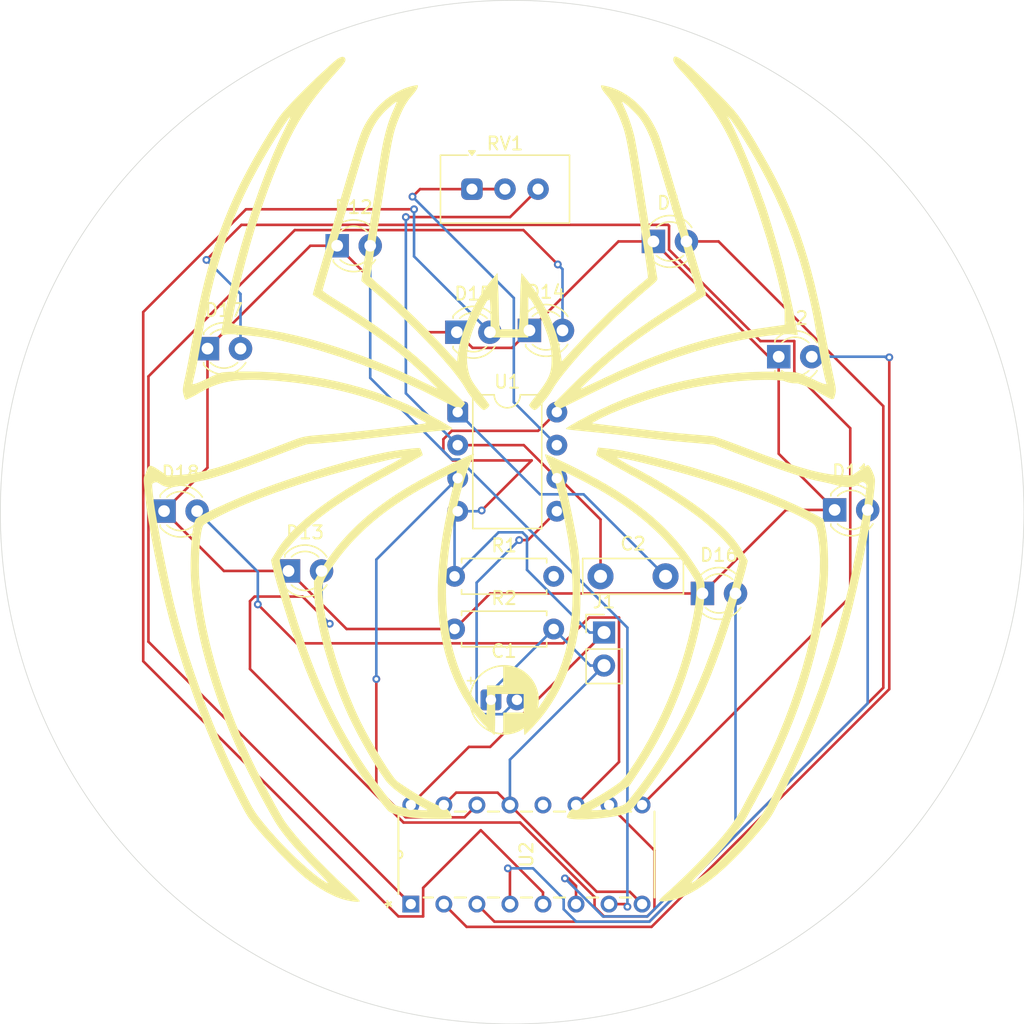
<source format=kicad_pcb>
(kicad_pcb (version 20241229) (generator "pcbnew") (generator_version "9.0")
  (layers (0 "F.Cu" signal) (2 "B.Cu" signal) (13 "F.Paste" user) (15 "B.Paste" user) (5 "F.SilkS" user "F.Silkscreen") (7 "B.SilkS" user "B.Silkscreen") (1 "F.Mask" user) (3 "B.Mask" user) (25 "Edge.Cuts" user))
  (net 0 "")
  (net 1 "GND")
  (net 2 "Net-(U1-CV)")
  (net 3 "TR")
  (net 4 "Net-(D1-K)")
  (net 5 "Net-(D1-A)")
  (net 6 "Net-(D2-A)")
  (net 7 "Net-(D11-A)")
  (net 8 "Net-(D12-A)")
  (net 9 "Net-(D13-A)")
  (net 10 "Net-(D14-A)")
  (net 11 "Net-(D15-A)")
  (net 12 "Net-(D16-A)")
  (net 13 "Net-(D17-A)")
  (net 14 "Net-(D18-A)")
  (net 15 "+5V")
  (net 16 "Net-(U1-DIS)")
  (net 17 "OUT")
  (footprint "Resistor_THT:R_Axial_DIN0207_L6.3mm_D2.5mm_P7.62mm_Horizontal" (layer "F.Cu") (at 141.393975 98.7625)
    (property "Reference" "R2")
    (property "Value" "470 ohm")
  )
  (footprint "LED_THT:LED_D3.0mm" (layer "F.Cu") (at 132.37 69.3)
    (property "Reference" "D12")
    (property "Value" "LED")
  )
  (footprint "Capacitor_THT:C_Disc_D7.5mm_W2.5mm_P5.00mm" (layer "F.Cu") (at 152.613975 94.7125)
    (property "Reference" "C2")
    (property "Value" "1 uf")
  )
  (footprint "LED_THT:LED_D3.0mm" (layer "F.Cu") (at 128.63 94.3)
    (property "Reference" "D13")
    (property "Value" "LED")
  )
  (footprint "Capacitor_THT:CP_Radial_D5.0mm_P2.00mm" (layer "F.Cu") (at 144.19 104.21)
    (property "Reference" "C1")
    (property "Value" "0.01uf")
  )
  (footprint "Potentiometer_THT:Potentiometer_Vishay_T93YA_Vertical" (layer "F.Cu") (at 142.73 64.95)
    (property "Reference" "RV1")
    (property "Value" "50k")
  )
  (footprint "LED_THT:LED_D3.0mm" (layer "F.Cu") (at 170.61 89.61)
    (property "Reference" "D11")
    (property "Value" "LED")
  )
  (footprint "LED_THT:LED_D3.0mm" (layer "F.Cu") (at 166.31 77.83)
    (property "Reference" "D2")
    (property "Value" "LED")
  )
  (footprint "LED_THT:LED_D3.0mm" (layer "F.Cu") (at 122.4 77.21)
    (property "Reference" "D17")
    (property "Value" "LED")
  )
  (footprint "LED_THT:LED_D3.0mm" (layer "F.Cu") (at 156.68 68.97)
    (property "Reference" "D1")
    (property "Value" "LED")
  )
  (footprint "LED_THT:LED_D3.0mm" (layer "F.Cu") (at 160.45 96.03)
    (property "Reference" "D16")
    (property "Value" "LED")
  )
  (footprint "Resistor_THT:R_Axial_DIN0207_L6.3mm_D2.5mm_P7.62mm_Horizontal" (layer "F.Cu") (at 141.393975 94.7125)
    (property "Reference" "R1")
    (property "Value" "1k ohm")
  )
  (footprint "Connector_PinHeader_2.54mm:PinHeader_1x02_P2.54mm_Vertical" (layer "F.Cu") (at 152.883975 99.0325)
    (property "Reference" "J1")
    (property "Value" "Conn_01x02_Socket")
  )
  (footprint "LED_THT:LED_D3.0mm" (layer "F.Cu") (at 147.15 75.81)
    (property "Reference" "D14")
    (property "Value" "LED")
  )
  (footprint "LED_THT:LED_D3.0mm" (layer "F.Cu") (at 141.57 75.95)
    (property "Reference" "D15")
    (property "Value" "LED")
  )
  (footprint "OPL:N16" (layer "F.Cu") (at 155.81 112.29 90)
    (property "Reference" "U2")
    (property "Value" "4017")
  )
  (footprint "Package_DIP:DIP-8_W7.62mm" (layer "F.Cu") (at 141.635 82.09)
    (property "Reference" "U1")
    (property "Value" "NE555P")
  )
  (footprint "LED_THT:LED_D3.0mm" (layer "F.Cu") (at 119.0625 89.7)
    (property "Reference" "D18")
    (property "Value" "LED")
  )
  (gr_poly (pts (xy 158.433975 54.76875) (xy 158.490775 54.786001) (xy 158.625748 54.849038) (xy 158.790591 54.951162) (xy 158.986946 55.093626) (xy 159.216456 55.277678) (xy 159.480766 55.50457) (xy 159.781517 55.775553) (xy 160.120354 56.091876) (xy 160.918858 56.865548) (xy 161.889424 57.835591) (xy 162.30063 58.254899) (xy 162.648337 58.626253) (xy 162.804785 58.802524) (xy 162.953048 58.977101) (xy 163.095689 59.153414) (xy 163.235271 59.334895) (xy 163.374356 59.524974) (xy 163.515508 59.727084) (xy 163.814267 60.181121) (xy 164.152053 60.724454) (xy 164.549369 61.384534) (xy 165.579068 63.182598) (xy 166.04221 64.055006) (xy 166.473994 64.918485) (xy 166.876757 65.779649) (xy 167.252834 66.645112) (xy 167.604562 67.521489) (xy 167.934275 68.415395) (xy 168.244309 69.333444) (xy 168.537001 70.282251) (xy 168.814686 71.268431) (xy 169.079699 72.298597) (xy 169.581056 74.517349) (xy 170.059758 76.991424) (xy 170.185436 77.679229) (xy 170.31905 78.376958) (xy 170.444727 79.004573) (xy 170.546592 79.482035) (xy 170.602967 79.741644) (xy 170.625981 79.853315) (xy 170.645699 79.954206) (xy 170.662233 80.045299) (xy 170.675698 80.127577) (xy 170.686208 80.20202) (xy 170.693875 80.269611) (xy 170.698813 80.331332) (xy 170.701137 80.388164) (xy 170.70096 80.441089) (xy 170.698396 80.49109) (xy 170.693558 80.539147) (xy 170.68656 80.586243) (xy 170.677515 80.63336) (xy 170.666538 80.68148) (xy 170.617934 80.866619) (xy 170.59589 80.939216) (xy 170.57272 80.998428) (xy 170.560095 81.022999) (xy 170.546449 81.044205) (xy 170.531533 81.062039) (xy 170.515103 81.076494) (xy 170.49691 81.087565) (xy 170.476709 81.095244) (xy 170.454251 81.099526) (xy 170.429292 81.100403) (xy 170.401583 81.09787) (xy 170.370878 81.091919) (xy 170.336931 81.082546) (xy 170.299494 81.069742) (xy 170.213165 81.033818) (xy 170.109918 80.984097) (xy 169.987778 80.920526) (xy 169.844771 80.843054) (xy 169.488261 80.646202) (xy 169.122956 80.448453) (xy 168.949145 80.359677) (xy 168.780389 80.277328) (xy 168.616056 80.201181) (xy 168.455516 80.131008) (xy 168.298138 80.066582) (xy 168.143293 80.007674) (xy 167.99035 79.954058) (xy 167.838678 79.905506) (xy 167.687647 79.861791) (xy 167.536626 79.822686) (xy 167.384984 79.787963) (xy 167.232093 79.757395) (xy 167.07732 79.730754) (xy 166.920036 79.707814) (xy 166.553015 79.665354) (xy 166.152455 79.6357) (xy 165.721366 79.618594) (xy 165.262753 79.613776) (xy 164.274989 79.639972) (xy 163.213225 79.712223) (xy 162.10152 79.82846) (xy 160.963936 79.986618) (xy 159.824533 80.184628) (xy 158.707371 80.420423) (xy 157.895541 80.627557) (xy 157.013596 80.885539) (xy 156.097917 81.18106) (xy 155.184884 81.500806) (xy 154.310877 81.831467) (xy 153.512276 82.159729) (xy 152.825462 82.472283) (xy 152.535344 82.618508) (xy 152.286814 82.755815) (xy 151.962257 82.946311) (xy 152.950035 83.066255) (xy 155.343853 83.359061) (xy 157.167493 83.5672) (xy 158.655112 83.717131) (xy 160.040867 83.835313) (xy 160.237459 83.849424) (xy 160.432231 83.864858) (xy 160.795813 83.897048) (xy 161.090603 83.926593) (xy 161.27559 83.9482) (xy 161.378365 83.973707) (xy 161.563326 84.031874) (xy 162.138133 84.231305) (xy 162.916669 84.516726) (xy 163.815589 84.858369) (xy 165.248528 85.397512) (xy 166.493614 85.844382) (xy 167.052946 86.035179) (xy 167.573996 86.205263) (xy 168.059658 86.355421) (xy 168.512826 86.486437) (xy 168.936394 86.599099) (xy 169.333256 86.69419) (xy 169.706305 86.772497) (xy 170.058435 86.834805) (xy 170.392541 86.881899) (xy 170.711515 86.914566) (xy 171.018253 86.93359) (xy 171.315647 86.939756) (xy 171.971818 86.939756) (xy 172.529203 86.551701) (xy 172.64154 86.474255) (xy 172.749247 86.40177) (xy 172.849678 86.3359) (xy 172.940187 86.278298) (xy 173.018129 86.230618) (xy 173.080857 86.194513) (xy 173.105689 86.181319) (xy 173.125726 86.171638) (xy 173.140636 86.165678) (xy 173.146066 86.164158) (xy 173.15009 86.163645) (xy 173.160796 86.164346) (xy 173.171744 86.166439) (xy 173.194339 86.174752) (xy 173.217823 86.188481) (xy 173.242144 86.207522) (xy 173.26725 86.231772) (xy 173.29309 86.261127) (xy 173.319613 86.295485) (xy 173.346765 86.334742) (xy 173.374497 86.378794) (xy 173.402755 86.427539) (xy 173.431489 86.480872) (xy 173.460646 86.538692) (xy 173.490176 86.600893) (xy 173.520025 86.667373) (xy 173.550144 86.738029) (xy 173.580479 86.812757) (xy 173.631853 86.94662) (xy 173.652538 87.005335) (xy 173.669998 87.060804) (xy 173.684316 87.114702) (xy 173.695574 87.168704) (xy 173.703857 87.224483) (xy 173.709245 87.283715) (xy 173.711822 87.348073) (xy 173.71167 87.419231) (xy 173.708873 87.498865) (xy 173.703512 87.588647) (xy 173.685432 87.805358) (xy 173.658091 88.082759) (xy 173.510463 89.324811) (xy 173.291975 90.75108) (xy 173.013791 92.30898) (xy 172.687071 93.945923) (xy 172.32298 95.609326) (xy 171.932677 97.246601) (xy 171.527326 98.805163) (xy 171.118089 100.232426) (xy 170.65584 101.702737) (xy 170.175731 103.127407) (xy 169.672472 104.519667) (xy 169.14077 105.892744) (xy 168.575334 107.259869) (xy 167.970871 108.634269) (xy 167.322089 110.029174) (xy 166.623698 111.457813) (xy 166.329116 112.049971) (xy 166.096628 112.506777) (xy 165.996409 112.695869) (xy 165.903001 112.86486) (xy 165.813499 113.018326) (xy 165.725 113.160848) (xy 165.634599 113.297003) (xy 165.539392 113.431369) (xy 165.436476 113.568527) (xy 165.322945 113.713053) (xy 165.052423 114.042528) (xy 164.704594 114.456422) (xy 164.270479 114.95925) (xy 163.841459 115.438317) (xy 163.417834 115.893344) (xy 162.999904 116.324052) (xy 162.587968 116.730162) (xy 162.182327 117.111395) (xy 161.783279 117.467471) (xy 161.391126 117.798113) (xy 161.006165 118.10304) (xy 160.628698 118.381974) (xy 160.259024 118.634635) (xy 159.897442 118.860746) (xy 159.544252 119.060025) (xy 159.199755 119.232196) (xy 158.864249 119.376978) (xy 158.538035 119.494093) (xy 158.424669 119.528545) (xy 158.307779 119.560362) (xy 158.188801 119.589388) (xy 158.069171 119.615469) (xy 157.950328 119.638449) (xy 157.833706 119.658174) (xy 157.720743 119.674488) (xy 157.612876 119.687236) (xy 157.51154 119.696264) (xy 157.418173 119.701416) (xy 157.334211 119.702537) (xy 157.261091 119.699473) (xy 157.200249 119.692067) (xy 157.174881 119.686688) (xy 157.153122 119.680166) (xy 157.135151 119.672481) (xy 157.121147 119.663614) (xy 157.11129 119.653545) (xy 157.10576 119.642256) (xy 157.106103 119.637448) (xy 157.108424 119.630991) (xy 157.118809 119.613318) (xy 157.136532 119.58961) (xy 157.16121 119.560237) (xy 157.229905 119.485989) (xy 157.321834 119.39355) (xy 157.433938 119.285897) (xy 157.563157 119.166007) (xy 157.706432 119.036857) (xy 157.860704 118.901423) (xy 158.042481 118.73978) (xy 158.264523 118.535637) (xy 158.794681 118.033592) (xy 159.381724 117.462753) (xy 159.956199 116.890589) (xy 160.645357 116.180293) (xy 161.251998 115.53019) (xy 161.5267 115.224817) (xy 161.783563 114.931019) (xy 162.023518 114.647639) (xy 162.247494 114.37352) (xy 162.456423 114.107504) (xy 162.651233 113.848433) (xy 162.832855 113.59515) (xy 163.002219 113.346497) (xy 163.160256 113.101317) (xy 163.307895 112.858452) (xy 163.446068 112.616745) (xy 163.575703 112.375038) (xy 163.729271 112.076276) (xy 163.909959 111.736507) (xy 164.094616 111.396739) (xy 164.26009 111.097981) (xy 164.932755 109.836451) (xy 165.568151 108.539431) (xy 166.164067 107.21558) (xy 166.718289 105.87356) (xy 167.228608 104.522031) (xy 167.692811 103.169655) (xy 168.108686 101.825093) (xy 168.474021 100.497005) (xy 168.786605 99.194052) (xy 169.044226 97.924896) (xy 169.244672 96.698197) (xy 169.385732 95.522617) (xy 169.465193 94.406816) (xy 169.480844 93.359455) (xy 169.430474 92.389195) (xy 169.311869 91.504698) (xy 169.264685 91.260083) (xy 169.2413 91.158224) (xy 169.216178 91.067807) (xy 169.187915 90.987187) (xy 169.172166 90.950037) (xy 169.155104 90.914721) (xy 169.136554 90.881033) (xy 169.11634 90.848766) (xy 169.094286 90.817717) (xy 169.070217 90.78768) (xy 169.043957 90.758448) (xy 169.01533 90.729818) (xy 168.984161 90.701583) (xy 168.950274 90.673537) (xy 168.873641 90.617194) (xy 168.784028 90.559146) (xy 168.680027 90.497749) (xy 168.560235 90.43136) (xy 168.267649 90.277033) (xy 167.493631 89.892037) (xy 166.615765 89.492323) (xy 165.649264 89.08368) (xy 164.609341 88.671894) (xy 163.51121 88.262755) (xy 162.370085 87.862049) (xy 161.201178 87.475564) (xy 160.019703 87.109089) (xy 159.278828 86.89322) (xy 158.443778 86.661393) (xy 156.688598 86.199806) (xy 155.86719 85.995016) (xy 155.149053 85.824208) (xy 154.583548 85.699868) (xy 154.220036 85.63448) (xy 153.867256 85.58509) (xy 154.205921 85.80381) (xy 154.288591 85.856397) (xy 154.391021 85.917583) (xy 154.50916 85.985383) (xy 154.638957 86.057813) (xy 154.917321 86.208626) (xy 155.193699 86.354148) (xy 155.821038 86.678414) (xy 156.481781 87.041953) (xy 157.161705 87.435754) (xy 157.846591 87.850805) (xy 158.522215 88.278094) (xy 159.174358 88.708607) (xy 159.788798 89.133333) (xy 160.351313 89.54326) (xy 160.651702 89.773374) (xy 160.936732 89.998425) (xy 161.20692 90.218969) (xy 161.462784 90.435565) (xy 161.70484 90.648772) (xy 161.933605 90.859146) (xy 162.149595 91.067247) (xy 162.353327 91.273632) (xy 162.545319 91.47886) (xy 162.726086 91.683488) (xy 162.896147 91.888075) (xy 163.056016 92.093179) (xy 163.206211 92.299358) (xy 163.34725 92.50717) (xy 163.479648 92.717174) (xy 163.603923 92.929927) (xy 163.935536 93.52259) (xy 163.780311 94.164646) (xy 163.678007 94.538812) (xy 163.522785 95.083633) (xy 163.138258 96.394203) (xy 162.733726 97.702514) (xy 162.328232 98.947666) (xy 161.919494 100.1343) (xy 161.505226 101.267056) (xy 161.083145 102.350574) (xy 160.650966 103.389496) (xy 160.206406 104.388462) (xy 159.74718 105.352111) (xy 159.271004 106.285086) (xy 158.775595 107.192026) (xy 158.258667 108.077572) (xy 157.717937 108.946364) (xy 157.151121 109.803043) (xy 156.555935 110.65225) (xy 155.930094 111.498625) (xy 155.271314 112.346809) (xy 155.224259 112.404777) (xy 155.17831 112.459644) (xy 155.133414 112.511452) (xy 155.089522 112.560243) (xy 155.04658 112.606056) (xy 155.004538 112.648934) (xy 154.963343 112.688918) (xy 154.922945 112.72605) (xy 154.88329 112.76037) (xy 154.844328 112.791921) (xy 154.806006 112.820742) (xy 154.768274 112.846876) (xy 154.731079 112.870365) (xy 154.69437 112.891248) (xy 154.658095 112.909569) (xy 154.622203 112.925367) (xy 154.389156 113.004734) (xy 154.108525 113.078426) (xy 153.788952 113.145896) (xy 153.439075 113.206597) (xy 153.067535 113.25998) (xy 152.682973 113.305499) (xy 152.294028 113.342604) (xy 151.909342 113.370748) (xy 151.537554 113.389384) (xy 151.187305 113.397964) (xy 150.867234 113.39594) (xy 150.585984 113.382764) (xy 150.352192 113.357889) (xy 150.174501 113.320766) (xy 150.109393 113.297441) (xy 150.06155 113.270848) (xy 150.032052 113.24092) (xy 150.02198 113.207588) (xy 150.022874 113.197035) (xy 150.025494 113.184023) (xy 150.029747 113.168737) (xy 150.03554 113.151364) (xy 150.04278 113.132089) (xy 150.051374 113.111098) (xy 150.072251 113.064714) (xy 150.097428 113.0137) (xy 150.12616 112.959545) (xy 150.157703 112.903735) (xy 150.191313 112.847761) (xy 150.21526 112.810681) (xy 150.239682 112.776019) (xy 150.26489 112.743549) (xy 150.291194 112.713042) (xy 150.318903 112.684271) (xy 150.348327 112.65701) (xy 150.379778 112.63103) (xy 150.413564 112.606105) (xy 150.449996 112.582006) (xy 150.489383 112.558506) (xy 150.532037 112.535379) (xy 150.578267 112.512396) (xy 150.628382 112.489331) (xy 150.682694 112.465956) (xy 150.741512 112.442043) (xy 150.805146 112.417366) (xy 151.094921 112.303264) (xy 151.392963 112.172627) (xy 151.699605 112.025453) (xy 152.015175 111.861742) (xy 152.340006 111.681495) (xy 152.674428 111.484711) (xy 153.018772 111.271391) (xy 153.373368 111.041535) (xy 153.661971 110.846337) (xy 153.783096 110.762748) (xy 153.89096 110.686444) (xy 153.987208 110.615887) (xy 154.073482 110.549536) (xy 154.151425 110.485852) (xy 154.222682 110.423294) (xy 154.288895 110.360323) (xy 154.351708 110.295398) (xy 154.412763 110.22698) (xy 154.473705 110.153529) (xy 154.536177 110.073504) (xy 154.601821 109.985366) (xy 154.749201 109.77859) (xy 155.288111 108.981146) (xy 155.816685 108.129794) (xy 156.329881 107.234125) (xy 156.822653 106.303728) (xy 157.28996 105.348197) (xy 157.726756 104.377121) (xy 158.128 103.400092) (xy 158.488645 102.426701) (xy 158.797148 101.500742) (xy 159.07944 100.566019) (xy 159.331139 99.640886) (xy 159.547863 98.7437) (xy 159.72523 97.892816) (xy 159.858858 97.10659) (xy 159.907901 96.743459) (xy 159.944365 96.403377) (xy 159.967704 96.088637) (xy 159.977369 95.801533) (xy 159.978341 95.71063) (xy 159.978527 95.627943) (xy 159.977803 95.552759) (xy 159.976046 95.484366) (xy 159.973132 95.422049) (xy 159.968935 95.365096) (xy 159.963334 95.312795) (xy 159.956202 95.26443) (xy 159.947417 95.219291) (xy 159.936854 95.176663) (xy 159.92439 95.135833) (xy 159.909899 95.096089) (xy 159.893259 95.056717) (xy 159.874345 95.017003) (xy 159.853034 94.976236) (xy 159.8292 94.933702) (xy 159.505896 94.417178) (xy 159.167936 93.915) (xy 158.814722 93.426629) (xy 158.445652 92.95153) (xy 158.060129 92.489163) (xy 157.657553 92.038992) (xy 157.237324 91.60048) (xy 156.798842 91.173088) (xy 156.341509 90.75628) (xy 155.864725 90.349517) (xy 155.36789 89.952263) (xy 154.850406 89.56398) (xy 154.311672 89.184131) (xy 153.751089 88.812178) (xy 153.168058 88.447584) (xy 152.561979 88.089811) (xy 152.180331 87.876533) (xy 151.731297 87.635059) (xy 151.250679 87.383499) (xy 150.774278 87.139958) (xy 150.337895 86.922545) (xy 149.977331 86.749367) (xy 149.728389 86.638532) (xy 149.656963 86.612151) (xy 149.63647 86.60721) (xy 149.626869 86.608146) (xy 149.625007 86.609694) (xy 149.623389 86.611684) (xy 149.622008 86.614103) (xy 149.62086 86.616938) (xy 149.619241 86.623804) (xy 149.61849 86.632179) (xy 149.618566 86.64196) (xy 149.619427 86.653042) (xy 149.621032 86.665324) (xy 149.623341 86.678701) (xy 149.62631 86.693071) (xy 149.6299 86.708329) (xy 149.638774 86.741099) (xy 149.649632 86.776184) (xy 149.662144 86.812757) (xy 149.781207 87.194032) (xy 149.934666 87.787305) (xy 150.110614 88.536682) (xy 150.297146 89.386269) (xy 150.482354 90.280175) (xy 150.654333 91.162504) (xy 150.801177 91.977365) (xy 150.910978 92.668864) (xy 150.962407 93.155587) (xy 151.004906 93.789816) (xy 151.037483 94.523264) (xy 151.059146 95.307644) (xy 151.068902 96.094669) (xy 151.065761 96.836054) (xy 151.048728 97.483512) (xy 151.016813 97.988755) (xy 150.946414 98.594377) (xy 150.854466 99.191079) (xy 150.741248 99.778211) (xy 150.607039 100.355122) (xy 150.452118 100.921159) (xy 150.276764 101.475673) (xy 150.081256 102.018013) (xy 149.865874 102.547526) (xy 149.630896 103.063561) (xy 149.376602 103.565469) (xy 149.10327 104.052597) (xy 148.811179 104.524295) (xy 148.500609 104.979911) (xy 148.171839 105.418794) (xy 147.825147 105.840293) (xy 147.460813 106.243757) (xy 147.33329 106.377592) (xy 147.211885 106.502166) (xy 147.099409 106.614834) (xy 146.998674 106.71295) (xy 146.912491 106.793868) (xy 146.875736 106.827051) (xy 146.843672 106.854943) (xy 146.816652 106.877212) (xy 146.795027 106.893528) (xy 146.779148 106.90356) (xy 146.773474 106.906116) (xy 146.769367 106.906977) (xy 146.762841 106.899074) (xy 146.75651 106.875834) (xy 146.744562 106.786151) (xy 146.733772 106.643552) (xy 146.724388 106.453659) (xy 146.710827 105.954478) (xy 146.705867 105.333589) (xy 146.705867 103.760206) (xy 145.612257 103.760206) (xy 144.518644 103.760206) (xy 144.518644 105.333589) (xy 144.517377 105.650359) (xy 144.513794 105.945548) (xy 144.508227 106.212791) (xy 144.501007 106.445721) (xy 144.492463 106.637971) (xy 144.482927 106.783175) (xy 144.477891 106.836145) (xy 144.47273 106.874966) (xy 144.467487 106.898842) (xy 144.464847 106.904927) (xy 144.462202 106.906977) (xy 144.452583 106.903804) (xy 144.437177 106.894492) (xy 144.416313 106.879351) (xy 144.390323 106.858691) (xy 144.324287 106.802054) (xy 144.241715 106.727062) (xy 144.145253 106.636194) (xy 144.037546 106.531932) (xy 143.92124 106.416756) (xy 143.798982 106.293147) (xy 143.311838 105.760573) (xy 142.858553 105.20028) (xy 142.43925 104.61266) (xy 142.054054 103.998107) (xy 141.703088 103.357012) (xy 141.386476 102.68977) (xy 141.104343 101.996772) (xy 140.856813 101.278411) (xy 140.644009 100.535079) (xy 140.466056 99.767171) (xy 140.323078 98.975078) (xy 140.215198 98.159193) (xy 140.142541 97.319909) (xy 140.10523 96.457618) (xy 140.103391 95.572714) (xy 140.137145 94.665589) (xy 140.193879 93.857467) (xy 140.274839 93.042481) (xy 140.3811 92.213771) (xy 140.513737 91.364472) (xy 140.673824 90.487723) (xy 140.862436 89.576661) (xy 141.080648 88.624423) (xy 141.329536 87.624146) (xy 141.382948 87.415497) (xy 141.4314 87.220986) (xy 141.473898 87.044832) (xy 141.509452 86.891249) (xy 141.537067 86.764456) (xy 141.555754 86.668669) (xy 141.561438 86.63372) (xy 141.564519 86.608104) (xy 141.56487 86.592348) (xy 141.563984 86.588332) (xy 141.56237 86.586979) (xy 141.521082 86.599461) (xy 141.43745 86.635238) (xy 141.162297 86.766675) (xy 140.314418 87.199048) (xy 139.324986 87.724025) (xy 138.872893 87.971218) (xy 138.500257 88.181535) (xy 137.95159 88.508443) (xy 137.421846 88.841202) (xy 136.910602 89.180202) (xy 136.417435 89.525839) (xy 135.941921 89.878503) (xy 135.483635 90.238588) (xy 135.042155 90.606486) (xy 134.617056 90.982591) (xy 134.207914 91.367294) (xy 133.814307 91.76099) (xy 133.43581 92.164069) (xy 133.071999 92.576926) (xy 132.722451 92.999953) (xy 132.386742 93.433542) (xy 132.064448 93.878087) (xy 131.755146 94.333979) (xy 131.569538 94.627295) (xy 131.493472 94.755148) (xy 131.427834 94.873399) (xy 131.372077 94.98425) (xy 131.325653 95.089903) (xy 131.288013 95.192558) (xy 131.258611 95.294417) (xy 131.236898 95.397682) (xy 131.222328 95.504554) (xy 131.21435 95.617235) (xy 131.21242 95.737925) (xy 131.215987 95.868827) (xy 131.224505 96.012141) (xy 131.237426 96.170069) (xy 131.254202 96.344813) (xy 131.315614 96.867513) (xy 131.398565 97.417229) (xy 131.501938 97.990385) (xy 131.624618 98.583407) (xy 131.923432 99.814739) (xy 132.286077 101.082617) (xy 132.703623 102.358433) (xy 133.16714 103.613578) (xy 133.667699 104.819445) (xy 133.929078 105.394959) (xy 134.196369 105.947425) (xy 134.364561 106.278122) (xy 134.547066 106.624167) (xy 134.943486 107.343654) (xy 135.362561 108.068598) (xy 135.781223 108.76171) (xy 136.176403 109.385699) (xy 136.525033 109.903275) (xy 136.674683 110.110506) (xy 136.804045 110.27715) (xy 136.910235 110.398546) (xy 136.99037 110.470033) (xy 137.531359 110.838811) (xy 138.034811 111.168645) (xy 138.504199 111.461602) (xy 138.942993 111.71975) (xy 139.354668 111.945155) (xy 139.551421 112.046225) (xy 139.742696 112.139885) (xy 139.928928 112.226393) (xy 140.11055 112.306007) (xy 140.287996 112.378986) (xy 140.461701 112.445588) (xy 140.527193 112.469968) (xy 140.586442 112.493117) (xy 140.639986 112.515461) (xy 140.688362 112.537422) (xy 140.732108 112.559424) (xy 140.771761 112.581892) (xy 140.807858 112.605248) (xy 140.824742 112.617392) (xy 140.840938 112.629917) (xy 140.856514 112.642876) (xy 140.871538 112.656322) (xy 140.886075 112.670308) (xy 140.900194 112.684887) (xy 140.927444 112.716035) (xy 140.953827 112.750192) (xy 140.979879 112.787779) (xy 141.006137 112.829222) (xy 141.03314 112.874943) (xy 141.061424 112.925367) (xy 141.078195 112.958327) (xy 141.094056 112.990935) (xy 141.108925 113.023006) (xy 141.122719 113.054353) (xy 141.135356 113.08479) (xy 141.146752 113.114132) (xy 141.156826 113.142192) (xy 141.165493 113.168785) (xy 141.172673 113.193723) (xy 141.178281 113.216823) (xy 141.182236 113.237896) (xy 141.184454 113.256758) (xy 141.184887 113.265301) (xy 141.184854 113.273222) (xy 141.184346 113.280496) (xy 141.183352 113.287102) (xy 141.181861 113.293015) (xy 141.179865 113.298212) (xy 141.177352 113.302671) (xy 141.174311 113.306367) (xy 141.12699 113.324332) (xy 141.028901 113.338627) (xy 140.705559 113.356749) (xy 140.254555 113.361806) (xy 139.72616 113.354875) (xy 139.170645 113.337029) (xy 138.638281 113.309344) (xy 138.179339 113.272894) (xy 137.993111 113.251718) (xy 137.84409 113.228755) (xy 137.690935 113.201046) (xy 137.546213 113.173441) (xy 137.40976 113.145878) (xy 137.28141 113.118293) (xy 137.160997 113.090626) (xy 137.048356 113.062814) (xy 136.943322 113.034795) (xy 136.84573 113.006507) (xy 136.755413 112.977889) (xy 136.672207 112.948878) (xy 136.595946 112.919412) (xy 136.526466 112.88943) (xy 136.4636 112.858869) (xy 136.407183 112.827667) (xy 136.35705 112.795762) (xy 136.313035 112.763093) (xy 136.250841 112.702545) (xy 136.154478 112.593566) (xy 135.876693 112.253548) (xy 135.514572 111.789507) (xy 135.103008 111.24791) (xy 134.676891 110.675225) (xy 134.271114 110.117919) (xy 133.920568 109.62246) (xy 133.660147 109.235316) (xy 132.949588 108.080684) (xy 132.280454 106.906539) (xy 131.647866 105.702629) (xy 131.046945 104.458701) (xy 130.472812 103.164502) (xy 129.920591 101.809779) (xy 129.385403 100.384281) (xy 128.862368 98.877754) (xy 128.616085 98.130073) (xy 128.373771 97.373049) (xy 127.927507 95.920597) (xy 127.736786 95.269984) (xy 127.576493 94.699655) (xy 127.453241 94.232017) (xy 127.373645 93.889479) (xy 127.281923 93.466145) (xy 127.698201 92.774699) (xy 127.938679 92.403222) (xy 128.220395 92.024716) (xy 128.542584 91.639762) (xy 128.904481 91.248937) (xy 129.305321 90.85282) (xy 129.74434 90.45199) (xy 130.220773 90.047026) (xy 130.733854 89.638507) (xy 131.28282 89.227011) (xy 131.866905 88.813117) (xy 132.485345 88.397404) (xy 133.137374 87.980451) (xy 133.822228 87.562836) (xy 134.539142 87.145139) (xy 135.287351 86.727938) (xy 136.066091 86.311811) (xy 136.408065 86.131124) (xy 136.722257 85.961681) (xy 136.97295 85.822664) (xy 137.063322 85.77056) (xy 137.124424 85.733256) (xy 137.357257 85.592143) (xy 136.969201 85.63448) (xy 136.676189 85.687341) (xy 136.200697 85.791465) (xy 134.869291 86.112492) (xy 133.309022 86.515541) (xy 131.853924 86.918592) (xy 130.805499 87.228994) (xy 129.754345 87.558993) (xy 128.71427 87.903708) (xy 127.699083 88.258264) (xy 126.722591 88.61778) (xy 125.798603 88.977379) (xy 124.940926 89.332182) (xy 124.163368 89.677311) (xy 123.826837 89.83456) (xy 123.487247 89.999994) (xy 123.157414 90.166586) (xy 122.850153 90.327307) (xy 122.578279 90.475129) (xy 122.35461 90.603024) (xy 122.264857 90.657303) (xy 122.19196 90.703965) (xy 122.137523 90.742132) (xy 122.103146 90.770924) (xy 122.051523 90.852016) (xy 122.002701 90.981116) (xy 121.957 91.153645) (xy 121.914741 91.365024) (xy 121.841829 91.886019) (xy 121.786528 92.507473) (xy 121.751402 93.192758) (xy 121.739013 93.905244) (xy 121.751925 94.608305) (xy 121.792701 95.265312) (xy 121.879492 96.084245) (xy 121.993909 96.922981) (xy 122.1353 97.779329) (xy 122.303016 98.651097) (xy 122.496405 99.536094) (xy 122.714815 100.432129) (xy 122.957596 101.337011) (xy 123.224097 102.248549) (xy 123.513666 103.164552) (xy 123.825652 104.082829) (xy 124.159404 105.001188) (xy 124.514272 105.917439) (xy 124.889603 106.829391) (xy 125.284747 107.734851) (xy 125.699052 108.63163) (xy 126.131868 109.517536) (xy 126.426355 110.093349) (xy 126.740189 110.693719) (xy 127.373646 111.873209) (xy 127.66714 112.40487) (xy 127.927727 112.866168) (xy 128.142343 113.233375) (xy 128.297924 113.482759) (xy 128.47385 113.73133) (xy 128.677422 114.001905) (xy 129.159032 114.599849) (xy 129.725805 115.258152) (xy 130.360791 115.958375) (xy 131.04704 116.68208) (xy 131.767603 117.410829) (xy 132.505528 118.126184) (xy 133.243867 118.809706) (xy 133.423522 118.975799) (xy 133.5897 119.133045) (xy 133.738846 119.27789) (xy 133.867403 119.406777) (xy 133.92285 119.464126) (xy 133.971817 119.516152) (xy 134.013859 119.562411) (xy 134.048532 119.602458) (xy 134.075392 119.63585) (xy 134.093994 119.662141) (xy 134.100059 119.672485) (xy 134.103893 119.680888) (xy 134.105441 119.687293) (xy 134.104646 119.691645) (xy 134.096795 119.700351) (xy 134.085247 119.70796) (xy 134.051647 119.719964) (xy 134.005024 119.727814) (xy 133.946558 119.731664) (xy 133.877425 119.731669) (xy 133.798805 119.727985) (xy 133.711875 119.720765) (xy 133.617813 119.710166) (xy 133.413009 119.679449) (xy 133.193818 119.637074) (xy 132.969666 119.584281) (xy 132.858675 119.554365) (xy 132.749978 119.522309) (xy 132.59442 119.470993) (xy 132.434863 119.412411) (xy 132.271605 119.346739) (xy 132.104947 119.274153) (xy 131.935188 119.194828) (xy 131.762628 119.10894) (xy 131.587568 119.016665) (xy 131.410305 118.918179) (xy 131.231142 118.813656) (xy 131.050376 118.703274) (xy 130.868308 118.587208) (xy 130.685237 118.465632) (xy 130.501464 118.338724) (xy 130.317287 118.206659) (xy 129.948924 117.92776) (xy 129.613399 117.641898) (xy 129.194861 117.256157) (xy 128.718115 116.795672) (xy 128.207965 116.285577) (xy 127.689216 115.751008) (xy 127.186673 115.217101) (xy 126.725141 114.708991) (xy 126.329423 114.251814) (xy 126.060954 113.928374) (xy 125.843252 113.656611) (xy 125.748632 113.532692) (xy 125.660937 113.412794) (xy 125.578245 113.293951) (xy 125.498632 113.173195) (xy 125.420177 113.047561) (xy 125.340957 112.914083) (xy 125.172533 112.611727) (xy 124.977981 112.242399) (xy 124.741923 111.782368) (xy 124.431699 111.163243) (xy 124.12809 110.549411) (xy 123.866814 110.012308) (xy 123.68359 109.623371) (xy 123.092687 108.311035) (xy 122.937465 107.960463) (xy 122.787535 107.612538) (xy 122.312029 106.473271) (xy 121.846279 105.29688) (xy 121.394751 104.09585) (xy 120.961909 102.882666) (xy 120.552219 101.669813) (xy 120.170144 100.469776) (xy 119.82015 99.295041) (xy 119.506701 98.158091) (xy 119.19244 96.918091) (xy 118.884379 95.605413) (xy 118.590044 94.259165) (xy 118.316958 92.918458) (xy 118.072646 91.622398) (xy 117.864631 90.410096) (xy 117.700437 89.32066) (xy 117.58759 88.393199) (xy 117.552546 88.023403) (xy 117.538523 87.868442) (xy 117.52695 87.732625) (xy 118.149389 87.732625) (xy 118.150583 87.80662) (xy 118.156127 87.900098) (xy 118.180147 88.156289) (xy 118.279035 89.021147) (xy 118.366347 89.614625) (xy 118.51716 90.48418) (xy 118.945785 92.729721) (xy 119.437909 95.114169) (xy 119.668097 96.157359) (xy 119.866534 96.993925) (xy 120.198559 98.263194) (xy 120.563491 99.547924) (xy 120.959181 100.841751) (xy 121.383479 102.138306) (xy 121.834235 103.431223) (xy 122.3093 104.714136) (xy 122.806524 105.980678) (xy 123.323757 107.224482) (xy 123.763406 108.243789) (xy 123.967191 108.698128) (xy 124.173952 109.145356) (xy 124.637413 110.107779) (xy 125.235812 111.309651) (xy 125.466248 111.767007) (xy 125.658484 112.137464) (xy 125.744463 112.296849) (xy 125.825916 112.442603) (xy 125.904516 112.577421) (xy 125.981937 112.704003) (xy 126.059855 112.825044) (xy 126.139943 112.943244) (xy 126.223876 113.061298) (xy 126.313328 113.181906) (xy 126.515486 113.441568) (xy 126.759812 113.743812) (xy 127.042827 114.083577) (xy 127.342171 114.428944) (xy 127.654827 114.777081) (xy 127.977778 115.125156) (xy 128.308004 115.470338) (xy 128.642488 115.809793) (xy 128.978213 116.140691) (xy 129.31216 116.4602) (xy 129.641311 116.765487) (xy 129.962649 117.053722) (xy 130.273156 117.322071) (xy 130.569813 117.567703) (xy 130.849603 117.787787) (xy 131.109508 117.979489) (xy 131.34651 118.13998) (xy 131.557591 118.266426) (xy 131.596203 118.286008) (xy 131.624398 118.296755) (xy 131.641678 118.298096) (xy 131.646071 118.295063) (xy 131.647549 118.289464) (xy 131.641513 118.270291) (xy 131.623075 118.240006) (xy 131.591738 118.198044) (xy 131.547007 118.143833) (xy 131.415377 117.996398) (xy 131.224216 117.793152) (xy 130.969554 117.529548) (xy 130.647424 117.201039) (xy 130.050568 116.581775) (xy 129.521181 116.015925) (xy 129.053971 115.496707) (xy 128.842028 115.252467) (xy 128.643646 115.017343) (xy 128.458162 114.790486) (xy 128.284915 114.571051) (xy 128.123244 114.358189) (xy 127.972486 114.151052) (xy 127.831981 113.948794) (xy 127.701068 113.750566) (xy 127.579084 113.555521) (xy 127.465368 113.362812) (xy 127.078553 112.678645) (xy 126.68595 111.965373) (xy 126.296323 111.239534) (xy 125.918438 110.517663) (xy 125.561057 109.816297) (xy 125.232946 109.151972) (xy 124.942869 108.541226) (xy 124.699591 108.000593) (xy 124.233924 106.942256) (xy 124.03984 106.482515) (xy 123.826906 105.945879) (xy 123.601404 105.350043) (xy 123.369618 104.712701) (xy 123.137832 104.051546) (xy 122.91233 103.384273) (xy 122.699395 102.728576) (xy 122.505313 102.102149) (xy 122.268056 101.279473) (xy 122.053206 100.471101) (xy 121.860018 99.674139) (xy 121.68775 98.885694) (xy 121.535656 98.102871) (xy 121.402992 97.322777) (xy 121.289014 96.542519) (xy 121.192979 95.759202) (xy 121.157947 95.372539) (xy 121.132001 94.965134) (xy 121.114798 94.542701) (xy 121.105997 94.110957) (xy 121.105258 93.675616) (xy 121.11224 93.242393) (xy 121.126601 92.817005) (xy 121.148 92.405166) (xy 121.176096 92.012593) (xy 121.210549 91.645) (xy 121.251017 91.308102) (xy 121.297159 91.007616) (xy 121.348634 90.749257) (xy 121.405101 90.538739) (xy 121.466218 90.381779) (xy 121.498415 90.325169) (xy 121.531646 90.284092) (xy 121.615704 90.218433) (xy 121.748701 90.133871) (xy 122.144928 89.915768) (xy 122.687172 89.645246) (xy 123.342278 89.337765) (xy 124.077089 89.008786) (xy 124.858451 88.673772) (xy 125.653207 88.348182) (xy 126.428202 88.04748) (xy 127.601504 87.617917) (xy 128.854761 87.188024) (xy 130.153493 86.768053) (xy 131.463222 86.368256) (xy 132.749469 85.998886) (xy 133.977756 85.670197) (xy 135.113604 85.39244) (xy 136.122535 85.175868) (xy 136.486186 85.111293) (xy 136.892583 85.046884) (xy 137.315021 84.986112) (xy 137.726792 84.932451) (xy 138.101191 84.889374) (xy 138.411512 84.860353) (xy 138.534296 84.852198) (xy 138.631047 84.84886) (xy 138.698424 84.850772) (xy 138.73309 84.858369) (xy 138.739363 84.863612) (xy 138.746238 84.871295) (xy 138.761546 84.893315) (xy 138.778529 84.923108) (xy 138.7967 84.95935) (xy 138.815574 85.000719) (xy 138.834665 85.045891) (xy 138.853487 85.093543) (xy 138.871555 85.142353) (xy 138.888383 85.190998) (xy 138.903485 85.238154) (xy 138.916375 85.282499) (xy 138.926567 85.32271) (xy 138.933576 85.357464) (xy 138.936916 85.385438) (xy 138.937059 85.396469) (xy 138.936102 85.405309) (xy 138.933985 85.411792) (xy 138.930647 85.415754) (xy 138.508306 85.660716) (xy 137.599792 86.174228) (xy 136.568248 86.75124) (xy 135.776812 87.186701) (xy 134.757353 87.753585) (xy 134.274253 88.033951) (xy 133.808422 88.312613) (xy 133.3595 88.589827) (xy 132.927126 88.865853) (xy 132.510936 89.140949) (xy 132.110569 89.415373) (xy 131.725664 89.689384) (xy 131.355859 89.963239) (xy 131.000792 90.237198) (xy 130.660101 90.511519) (xy 130.333425 90.78646) (xy 130.020402 91.06228) (xy 129.72067 91.339236) (xy 129.433868 91.617588) (xy 129.306076 91.746094) (xy 129.179813 91.877019) (xy 129.055783 92.009473) (xy 128.934688 92.142568) (xy 128.81723 92.275414) (xy 128.704114 92.407124) (xy 128.596042 92.536808) (xy 128.493716 92.663577) (xy 128.397839 92.786542) (xy 128.309114 92.904816) (xy 128.228243 93.017508) (xy 128.155931 93.123731) (xy 128.092879 93.222594) (xy 128.03979 93.31321) (xy 127.997367 93.39469) (xy 127.966313 93.466145) (xy 127.966361 93.553883) (xy 127.996464 93.729171) (xy 128.136087 94.306969) (xy 128.363684 95.12868) (xy 128.657757 96.123445) (xy 129.359344 98.348701) (xy 129.723862 99.437475) (xy 130.068867 100.415867) (xy 130.370606 101.224461) (xy 130.678319 102.010658) (xy 130.992687 102.775709) (xy 131.314394 103.520864) (xy 131.644121 104.247374) (xy 131.98255 104.956491) (xy 132.330363 105.649463) (xy 132.688243 106.327542) (xy 133.056872 106.991978) (xy 133.436931 107.644023) (xy 133.829104 108.284926) (xy 134.234071 108.915938) (xy 134.652516 109.53831) (xy 135.08512 110.153292) (xy 135.532566 110.762135) (xy 135.995535 111.36609) (xy 136.209696 111.640085) (xy 136.300493 111.754051) (xy 136.381937 111.854136) (xy 136.455154 111.941447) (xy 136.52127 112.01709) (xy 136.581413 112.082169) (xy 136.636709 112.137792) (xy 136.662891 112.162403) (xy 136.688283 112.185065) (xy 136.713028 112.205915) (xy 136.737264 112.225092) (xy 136.761134 112.242734) (xy 136.784777 112.25898) (xy 136.808335 112.273967) (xy 136.831949 112.287834) (xy 136.855759 112.30072) (xy 136.879906 112.312761) (xy 136.929775 112.334867) (xy 136.982683 112.355257) (xy 137.039756 112.375038) (xy 137.12976 112.40302) (xy 137.231938 112.431219) (xy 137.465957 112.487153) (xy 137.728087 112.540607) (xy 138.004604 112.589348) (xy 138.281783 112.631144) (xy 138.545898 112.663763) (xy 138.783223 112.684971) (xy 138.887551 112.690598) (xy 138.980035 112.692536) (xy 139.332812 112.692536) (xy 138.634313 112.297425) (xy 138.399597 112.164409) (xy 138.17442 112.032675) (xy 137.958897 111.902347) (xy 137.75314 111.773549) (xy 137.557264 111.646404) (xy 137.371382 111.521037) (xy 137.195608 111.397572) (xy 137.030056 111.276133) (xy 136.874838 111.156844) (xy 136.73007 111.039828) (xy 136.595865 110.92521) (xy 136.472336 110.813114) (xy 136.359597 110.703664) (xy 136.257761 110.596983) (xy 136.166944 110.493196) (xy 136.087257 110.392427) (xy 135.749775 109.909893) (xy 135.388978 109.356582) (xy 135.013958 108.748371) (xy 134.633813 108.101133) (xy 134.257636 107.430744) (xy 133.894522 106.753078) (xy 133.553568 106.084011) (xy 133.243867 105.439417) (xy 132.978509 104.848282) (xy 132.720406 104.234243) (xy 132.47086 103.602014) (xy 132.231175 102.956307) (xy 132.002651 102.301836) (xy 131.786592 101.643313) (xy 131.397076 100.332965) (xy 131.226224 99.690565) (xy 131.073044 99.062965) (xy 130.938841 98.454878) (xy 130.824915 97.871017) (xy 130.732569 97.316095) (xy 130.663105 96.794824) (xy 130.617826 96.311918) (xy 130.598034 95.87209) (xy 130.583923 95.088923) (xy 131.11309 94.214033) (xy 131.411659 93.741003) (xy 131.727943 93.277037) (xy 132.061963 92.822104) (xy 132.413738 92.376173) (xy 132.78329 91.939213) (xy 133.170639 91.511193) (xy 133.575806 91.092082) (xy 133.998812 90.681848) (xy 134.439678 90.280462) (xy 134.898423 89.887892) (xy 135.375069 89.504106) (xy 135.869637 89.129074) (xy 136.382146 88.762766) (xy 136.912618 88.405149) (xy 137.461074 88.056193) (xy 138.027534 87.715867) (xy 138.688455 87.343356) (xy 139.451985 86.933141) (xy 140.259337 86.514328) (xy 141.051723 86.116019) (xy 141.770356 85.76732) (xy 142.35645 85.497335) (xy 142.581423 85.400955) (xy 142.751216 85.335167) (xy 142.858481 85.30361) (xy 142.886369 85.301805) (xy 142.895869 85.309922) (xy 142.894405 85.319622) (xy 142.890109 85.335265) (xy 142.8736 85.383014) (xy 142.8475 85.450442) (xy 142.812966 85.534819) (xy 142.723228 85.74351) (xy 142.613645 85.987257) (xy 142.479783 86.298197) (xy 142.343109 86.658416) (xy 142.204121 87.06626) (xy 142.063313 87.520075) (xy 141.921182 88.018209) (xy 141.778224 88.559006) (xy 141.634936 89.140814) (xy 141.491813 89.761979) (xy 141.336453 90.487957) (xy 141.206724 91.136709) (xy 141.099154 91.732214) (xy 141.010271 92.29845) (xy 140.936601 92.859394) (xy 140.874672 93.439024) (xy 140.82101 94.061318) (xy 140.772145 94.750254) (xy 140.742099 95.407665) (xy 140.73385 96.058978) (xy 140.747202 96.703222) (xy 140.781958 97.339424) (xy 140.837922 97.966614) (xy 140.914897 98.583821) (xy 141.012688 99.190072) (xy 141.131098 99.784395) (xy 141.26993 100.365821) (xy 141.428988 100.933376) (xy 141.608076 101.48609) (xy 141.806997 102.02299) (xy 142.025556 102.543106) (xy 142.263555 103.045466) (xy 142.520798 103.529098) (xy 142.79709 103.993031) (xy 142.939745 104.209549) (xy 143.096952 104.437973) (xy 143.259451 104.665736) (xy 143.41798 104.880269) (xy 143.563281 105.069005) (xy 143.628076 105.149772) (xy 143.686091 105.219377) (xy 143.736169 105.276249) (xy 143.777152 105.318816) (xy 143.807882 105.345509) (xy 143.81904 105.352411) (xy 143.827201 105.354756) (xy 143.832486 105.348899) (xy 143.83773 105.331715) (xy 143.847927 105.265679) (xy 143.857464 105.161279) (xy 143.866007 105.023144) (xy 143.873228 104.855905) (xy 143.878796 104.664193) (xy 143.882379 104.452637) (xy 143.883647 104.225868) (xy 143.883647 103.09698) (xy 145.612257 103.09698) (xy 147.340867 103.09698) (xy 147.340867 104.239979) (xy 147.340867 105.375923) (xy 147.524311 105.206593) (xy 147.571124 105.156997) (xy 147.635547 105.079702) (xy 147.714688 104.97876) (xy 147.805652 104.858223) (xy 147.905546 104.722142) (xy 148.011476 104.574567) (xy 148.120548 104.419552) (xy 148.229869 104.261146) (xy 148.654768 103.574184) (xy 149.035153 102.854913) (xy 149.370993 102.103604) (xy 149.662257 101.320523) (xy 149.908914 100.505941) (xy 150.110933 99.660125) (xy 150.268282 98.783345) (xy 150.380932 97.87587) (xy 150.44885 96.937967) (xy 150.472006 95.969905) (xy 150.45037 94.971955) (xy 150.383909 93.944383) (xy 150.272592 92.887458) (xy 150.11639 91.801451) (xy 149.91527 90.686628) (xy 149.669203 89.54326) (xy 149.527623 88.944542) (xy 149.388524 88.391548) (xy 149.251739 87.883699) (xy 149.117105 87.420416) (xy 148.984454 87.00112) (xy 148.853623 86.625233) (xy 148.724446 86.292175) (xy 148.660426 86.141527) (xy 148.596757 86.001368) (xy 148.567009 85.938419) (xy 148.538687 85.876793) (xy 148.511894 85.816821) (xy 148.486735 85.758833) (xy 148.463311 85.70316) (xy 148.441728 85.650133) (xy 148.422087 85.600083) (xy 148.404493 85.55334) (xy 148.389049 85.510236) (xy 148.375858 85.471099) (xy 148.365023 85.436263) (xy 148.356648 85.406056) (xy 148.350837 85.38081) (xy 148.347692 85.360856) (xy 148.347151 85.352967) (xy 148.347317 85.346524) (xy 148.3482 85.34157) (xy 148.349815 85.338145) (xy 148.401253 85.338619) (xy 148.514269 85.372362) (xy 148.899486 85.527213) (xy 149.454366 85.77781) (xy 150.127814 86.099265) (xy 150.868729 86.466691) (xy 151.626016 86.855201) (xy 152.348577 87.239908) (xy 152.985313 87.595924) (xy 153.546864 87.929266) (xy 154.088736 88.268034) (xy 154.61126 88.612529) (xy 155.114768 88.963048) (xy 155.599589 89.319893) (xy 156.066055 89.683363) (xy 156.514496 90.053757) (xy 156.945243 90.431376) (xy 157.358627 90.816519) (xy 157.754978 91.209486) (xy 158.134628 91.610576) (xy 158.497906 92.020089) (xy 158.845145 92.438325) (xy 159.176673 92.865584) (xy 159.492823 93.302165) (xy 159.793925 93.748368) (xy 160.064958 94.164287) (xy 160.175235 94.337262) (xy 160.270175 94.490744) (xy 160.350894 94.627608) (xy 160.418507 94.750725) (xy 160.474132 94.86297) (xy 160.497797 94.915913) (xy 160.518884 94.967216) (xy 160.537531 95.017236) (xy 160.553879 95.066335) (xy 160.568067 95.11487) (xy 160.580234 95.163201) (xy 160.59052 95.211687) (xy 160.599065 95.260687) (xy 160.611488 95.361666) (xy 160.618619 95.469012) (xy 160.621575 95.585598) (xy 160.621472 95.714297) (xy 160.619425 95.857981) (xy 160.601092 96.25852) (xy 160.560073 96.700554) (xy 160.497495 97.179775) (xy 160.414483 97.691873) (xy 160.191668 98.797459) (xy 159.90064 99.982833) (xy 159.550412 101.213517) (xy 159.149995 102.455032) (xy 158.708403 103.6729) (xy 158.234648 104.832643) (xy 157.949035 105.476228) (xy 157.656312 106.098565) (xy 157.353336 106.705522) (xy 157.036966 107.30297) (xy 156.70406 107.896781) (xy 156.351475 108.492824) (xy 155.97607 109.096969) (xy 155.574702 109.715089) (xy 154.855033 110.794587) (xy 154.064811 111.351979) (xy 153.893205 111.473068) (xy 153.70531 111.60102) (xy 153.507327 111.732114) (xy 153.305459 111.862628) (xy 153.105905 111.988843) (xy 152.914867 112.107037) (xy 152.738547 112.21349) (xy 152.583146 112.304481) (xy 151.8917 112.692536) (xy 152.230366 112.692536) (xy 152.421721 112.686762) (xy 152.636723 112.670157) (xy 152.868591 112.643795) (xy 153.110547 112.608751) (xy 153.355811 112.566101) (xy 153.597601 112.516919) (xy 153.829139 112.462281) (xy 154.043644 112.40326) (xy 154.190723 112.35642) (xy 154.253292 112.334225) (xy 154.310103 112.311647) (xy 154.362326 112.287788) (xy 154.411128 112.261748) (xy 154.457676 112.232628) (xy 154.50314 112.199529) (xy 154.548686 112.161551) (xy 154.595482 112.117797) (xy 154.644697 112.067365) (xy 154.697499 112.009358) (xy 154.755055 111.942876) (xy 154.818533 111.86702) (xy 154.967927 111.683589) (xy 155.527848 110.967566) (xy 156.067904 110.239006) (xy 156.589067 109.495956) (xy 157.092309 108.736463) (xy 157.578602 107.958573) (xy 158.048916 107.160332) (xy 158.504223 106.339788) (xy 158.945494 105.494987) (xy 159.373702 104.623976) (xy 159.789818 103.724801) (xy 160.194813 102.795509) (xy 160.589659 101.834146) (xy 161.352788 99.807395) (xy 162.086979 97.628922) (xy 162.410763 96.590434) (xy 162.735208 95.512256) (xy 163.010706 94.561078) (xy 163.114597 94.185204) (xy 163.187647 93.903587) (xy 163.286424 93.49437) (xy 162.898368 92.908756) (xy 162.803506 92.771888) (xy 162.689472 92.62178) (xy 162.558095 92.460241) (xy 162.411205 92.28908) (xy 162.250631 92.110106) (xy 162.078202 91.925127) (xy 161.705099 91.544389) (xy 161.306529 91.161337) (xy 160.897128 90.790438) (xy 160.49153 90.446164) (xy 160.294731 90.288532) (xy 160.104371 90.142982) (xy 159.556711 89.744314) (xy 158.966883 89.334898) (xy 158.342989 88.91986) (xy 157.693134 88.504326) (xy 157.025419 88.093422) (xy 156.347947 87.692275) (xy 155.668822 87.306011) (xy 154.996147 86.939756) (xy 154.339649 86.580473) (xy 153.458917 86.086915) (xy 152.669467 85.637014) (xy 152.407571 85.484038) (xy 152.286814 85.408702) (xy 152.285595 85.407651) (xy 152.28458 85.405835) (xy 152.283163 85.399992) (xy 152.282551 85.391338) (xy 152.282735 85.380038) (xy 152.28545 85.350163) (xy 152.291224 85.311688) (xy 152.299975 85.265937) (xy 152.311619 85.214232) (xy 152.326075 85.157898) (xy 152.34326 85.098255) (xy 152.427925 84.816032) (xy 152.900645 84.858369) (xy 153.552039 84.935333) (xy 154.275336 85.04811) (xy 155.902455 85.370887) (xy 157.71164 85.806278) (xy 159.632529 86.33386) (xy 161.594759 86.93321) (xy 163.527968 87.583906) (xy 165.361792 88.265526) (xy 167.025871 88.957646) (xy 167.494499 89.168113) (xy 167.962383 89.38594) (xy 168.411582 89.601947) (xy 168.824153 89.806958) (xy 169.182154 89.991795) (xy 169.467642 90.147279) (xy 169.577588 90.211146) (xy 169.662677 90.264233) (xy 169.720666 90.305393) (xy 169.749314 90.333479) (xy 169.760091 90.362004) (xy 169.775993 90.418806) (xy 169.81987 90.603354) (xy 169.874329 90.859339) (xy 169.932756 91.158979) (xy 169.967968 91.36661) (xy 169.999481 91.600957) (xy 170.051158 92.136284) (xy 170.087291 92.737921) (xy 170.107383 93.378832) (xy 170.110939 94.031981) (xy 170.097461 94.67033) (xy 170.066455 95.266842) (xy 170.017424 95.79448) (xy 169.888962 96.770381) (xy 169.731232 97.753072) (xy 169.544397 98.742068) (xy 169.328624 99.736883) (xy 169.084078 100.73703) (xy 168.810923 101.742025) (xy 168.509326 102.751382) (xy 168.179452 103.764614) (xy 167.821465 104.781236) (xy 167.435532 105.800762) (xy 167.021817 106.822706) (xy 166.580487 107.846584) (xy 166.111705 108.871908) (xy 165.615639 109.898193) (xy 165.092452 110.924954) (xy 164.542311 111.951704) (xy 164.35534 112.286181) (xy 164.168369 112.627272) (xy 163.879093 113.16526) (xy 163.772297 113.351918) (xy 163.650462 113.549263) (xy 163.513766 113.757067) (xy 163.362383 113.975104) (xy 163.016261 114.440963) (xy 162.613501 114.945022) (xy 162.15551 115.485461) (xy 161.643692 116.060461) (xy 161.079454 116.668203) (xy 160.464201 117.306867) (xy 160.083353 117.70304) (xy 159.934884 117.861237) (xy 159.814539 117.993131) (xy 159.722429 118.098938) (xy 159.658669 118.178876) (xy 159.623372 118.233163) (xy 159.616433 118.250754) (xy 159.616653 118.262013) (xy 159.624045 118.266969) (xy 159.638624 118.265646) (xy 159.660404 118.258074) (xy 159.689399 118.244278) (xy 159.769093 118.198126) (xy 159.877818 118.127406) (xy 160.015689 118.032337) (xy 160.182819 117.913135) (xy 160.605311 117.603199) (xy 160.781902 117.466293) (xy 160.981531 117.301038) (xy 161.437538 116.897755) (xy 161.948612 116.417909) (xy 162.49003 115.886055) (xy 163.03707 115.326751) (xy 163.565009 114.764553) (xy 164.049127 114.224017) (xy 164.464701 113.729701) (xy 164.715023 113.419228) (xy 164.920778 113.15357) (xy 165.097595 112.907425) (xy 165.180034 112.783764) (xy 165.261099 112.655493) (xy 165.426918 112.372472) (xy 165.610679 112.033061) (xy 165.828008 111.611961) (xy 166.094532 111.083869) (xy 167.025177 109.152328) (xy 167.886864 107.222937) (xy 168.681414 105.29123) (xy 169.410645 103.352743) (xy 170.076376 101.403012) (xy 170.680426 99.437571) (xy 171.224614 97.451955) (xy 171.710758 95.4417) (xy 172.082386 93.676157) (xy 172.466583 91.69961) (xy 172.783312 89.936052) (xy 172.891365 89.266643) (xy 172.952537 88.80948) (xy 172.98087 88.517005) (xy 173.009864 88.24239) (xy 173.051316 87.871092) (xy 173.055934 87.838065) (xy 173.059156 87.807632) (xy 173.060221 87.793321) (xy 173.060911 87.779577) (xy 173.061215 87.766373) (xy 173.061126 87.753681) (xy 173.060633 87.741476) (xy 173.059728 87.729729) (xy 173.058403 87.718414) (xy 173.056647 87.707503) (xy 173.054452 87.696969) (xy 173.051808 87.686786) (xy 173.048707 87.676925) (xy 173.04514 87.667361) (xy 173.041098 87.658064) (xy 173.036571 87.64901) (xy 173.03155 87.64017) (xy 173.026027 87.631517) (xy 173.019993 87.623025) (xy 173.013437 87.614665) (xy 173.006352 87.606412) (xy 172.998729 87.598237) (xy 172.990557 87.590114) (xy 172.981829 87.582016) (xy 172.972535 87.573914) (xy 172.962665 87.565783) (xy 172.941166 87.549324) (xy 172.917259 87.53242) (xy 172.888381 87.51392) (xy 172.862191 87.49819) (xy 172.838069 87.485354) (xy 172.815393 87.475536) (xy 172.804404 87.471797) (xy 172.793544 87.468859) (xy 172.782735 87.466738) (xy 172.771901 87.465449) (xy 172.760964 87.465007) (xy 172.749846 87.465429) (xy 172.738469 87.466728) (xy 172.726757 87.468922) (xy 172.714631 87.472026) (xy 172.702014 87.476054) (xy 172.674997 87.486947) (xy 172.645087 87.501727) (xy 172.611663 87.520516) (xy 172.574105 87.54344) (xy 172.531792 87.570621) (xy 172.430424 87.638255) (xy 172.354182 87.686791) (xy 172.275905 87.729219) (xy 172.195043 87.76555) (xy 172.11105 87.795793) (xy 172.023377 87.819959) (xy 171.931477 87.838057) (xy 171.834803 87.8501) (xy 171.732805 87.856096) (xy 171.624937 87.856057) (xy 171.510651 87.849991) (xy 171.389399 87.837911) (xy 171.260633 87.819826) (xy 171.123806 87.795747) (xy 170.978369 87.765683) (xy 170.823775 87.729645) (xy 170.659477 87.687644) (xy 170.378471 87.616208) (xy 170.07828 87.544771) (xy 169.795285 87.481272) (xy 169.565867 87.433647) (xy 169.129733 87.342958) (xy 168.592973 87.202908) (xy 167.954184 87.013083) (xy 167.211959 86.77307) (xy 166.364892 86.482455) (xy 165.411578 86.140825) (xy 163.180589 85.302867) (xy 161.346147 84.597312) (xy 160.252534 84.498533) (xy 159.236535 84.411222) (xy 158.326368 84.3292) (xy 157.848245 84.283671) (xy 157.163085 84.208375) (xy 155.539424 84.018754) (xy 154.656597 83.912372) (xy 153.694396 83.802681) (xy 152.769237 83.70225) (xy 151.997535 83.623646) (xy 151.368751 83.562061) (xy 151.109171 83.536224) (xy 150.883089 83.513292) (xy 150.688218 83.492964) (xy 150.522277 83.474941) (xy 150.382979 83.458923) (xy 150.322609 83.451572) (xy 150.268042 83.44461) (xy 150.218995 83.438) (xy 150.175181 83.431704) (xy 150.136316 83.425684) (xy 150.102112 83.419903) (xy 150.072286 83.414323) (xy 150.046551 83.408908) (xy 150.024623 83.403619) (xy 150.006214 83.39842) (xy 149.991041 83.393272) (xy 149.978817 83.388138) (xy 149.969257 83.382981) (xy 149.965387 83.380383) (xy 149.962075 83.377764) (xy 149.959287 83.375121) (xy 149.956987 83.372448) (xy 149.955138 83.369742) (xy 149.953706 83.366997) (xy 149.952653 83.364208) (xy 149.951946 83.361372) (xy 149.951423 83.355537) (xy 149.956062 83.347726) (xy 149.969682 83.335058) (xy 150.022089 83.296224) (xy 150.105088 83.241184) (xy 150.215125 83.172089) (xy 150.348643 83.091088) (xy 150.502088 83.00033) (xy 150.854536 82.798146) (xy 151.731549 82.324064) (xy 152.621305 81.880854) (xy 153.523319 81.468629) (xy 154.437105 81.087504) (xy 155.362177 80.73759) (xy 156.29805 80.419003) (xy 157.244237 80.131856) (xy 158.200252 79.876263) (xy 159.165611 79.652337) (xy 160.139827 79.460192) (xy 161.122415 79.299942) (xy 162.112889 79.1717) (xy 163.110762 79.075581) (xy 164.11555 79.011697) (xy 165.126766 78.980163) (xy 166.143925 78.981092) (xy 166.727055 78.990049) (xy 167.164333 79.001155) (xy 167.340784 79.010046) (xy 167.495779 79.022514) (xy 167.63432 79.03957) (xy 167.76141 79.062229) (xy 167.882051 79.091501) (xy 168.001244 79.128402) (xy 168.123993 79.173942) (xy 168.2553 79.229136) (xy 168.400166 79.294996) (xy 168.563595 79.372535) (xy 168.966148 79.5667) (xy 169.09888 79.629318) (xy 169.23029 79.68929) (xy 169.357069 79.745294) (xy 169.475911 79.796005) (xy 169.583509 79.840103) (xy 169.676554 79.876263) (xy 169.75174 79.903163) (xy 169.781602 79.912727) (xy 169.80576 79.91948) (xy 169.837035 79.925583) (xy 169.864808 79.930601) (xy 169.88921 79.934441) (xy 169.910378 79.937009) (xy 169.919791 79.937787) (xy 169.928446 79.938213) (xy 169.936359 79.938274) (xy 169.943548 79.937959) (xy 169.950028 79.937257) (xy 169.955817 79.936156) (xy 169.960932 79.934643) (xy 169.96539 79.932709) (xy 169.969206 79.93034) (xy 169.972399 79.927525) (xy 169.974984 79.924253) (xy 169.976979 79.920513) (xy 169.978401 79.916291) (xy 169.979265 79.911578) (xy 169.97959 79.90636) (xy 169.979392 79.900627) (xy 169.978687 79.894367) (xy 169.977492 79.887569) (xy 169.975825 79.880219) (xy 169.973702 79.872309) (xy 169.968154 79.854754) (xy 169.960984 79.834812) (xy 169.897304 79.634239) (xy 169.817998 79.31634) (xy 169.616143 78.348737) (xy 169.362694 76.972353) (xy 169.064927 75.227535) (xy 168.973066 74.713361) (xy 168.849952 74.109229) (xy 168.702033 73.441597) (xy 168.535759 72.736923) (xy 168.357579 72.021666) (xy 168.173942 71.322284) (xy 167.991297 70.665236) (xy 167.816093 70.07698) (xy 167.435395 68.927971) (xy 167.007569 67.777309) (xy 166.532449 66.624662) (xy 166.009869 65.469701) (xy 165.439664 64.312094) (xy 164.821669 63.15151) (xy 164.155718 61.987619) (xy 163.441645 60.82009) (xy 163.308293 60.611592) (xy 163.175188 60.407559) (xy 163.045887 60.213118) (xy 162.923944 60.033394) (xy 162.812916 59.873514) (xy 162.716356 59.738605) (xy 162.637821 59.633792) (xy 162.606424 59.594273) (xy 162.580866 59.564202) (xy 162.369203 59.317257) (xy 162.609092 59.775868) (xy 162.833974 60.217308) (xy 163.098461 60.776654) (xy 163.390564 61.425627) (xy 163.698294 62.13595) (xy 164.009662 62.879347) (xy 164.312679 63.627538) (xy 164.595356 64.352249) (xy 164.845704 65.025199) (xy 165.269038 66.189366) (xy 165.387231 66.538671) (xy 165.543872 67.032505) (xy 165.927848 68.304269) (xy 166.331668 69.705679) (xy 166.666038 70.937757) (xy 166.824745 71.579386) (xy 167.005694 72.35868) (xy 167.377764 74.060722) (xy 167.540608 74.848698) (xy 167.669138 75.504795) (xy 167.749216 75.961628) (xy 167.766667 76.094262) (xy 167.766703 76.151811) (xy 167.764391 76.154354) (xy 167.761437 76.156691) (xy 167.753681 76.160755) (xy 167.743588 76.164012) (xy 167.731315 76.166474) (xy 167.717016 76.16815) (xy 167.700846 76.16905) (xy 167.68296 76.169186) (xy 167.663514 76.168568) (xy 167.642662 76.167205) (xy 167.62056 76.165109) (xy 167.597362 76.162289) (xy 167.573224 76.158756) (xy 167.5483 76.15452) (xy 167.522745 76.149592) (xy 167.496716 76.143981) (xy 167.470365 76.137699) (xy 167.336796 76.115222) (xy 167.163147 76.10307) (xy 166.952662 76.100818) (xy 166.708588 76.108045) (xy 166.132652 76.149235) (xy 165.4613 76.223249) (xy 164.720495 76.326699) (xy 163.936199 76.456194) (xy 163.134374 76.608343) (xy 162.340983 76.779757) (xy 161.017169 77.110873) (xy 159.699887 77.487959) (xy 158.377811 77.915317) (xy 157.039611 78.397244) (xy 155.673962 78.938042) (xy 154.269534 79.542008) (xy 152.815 80.213444) (xy 151.299034 80.956648) (xy 150.594912 81.306117) (xy 150.005222 81.59341) (xy 149.772513 81.704232) (xy 149.591481 81.788099) (xy 149.469814 81.841209) (xy 149.433645 81.855041) (xy 149.415202 81.859757) (xy 149.410388 81.85947) (xy 149.40522 81.858619) (xy 149.393883 81.855279) (xy 149.381328 81.849851) (xy 149.367687 81.842449) (xy 149.353095 81.833187) (xy 149.337687 81.822178) (xy 149.321597 81.809536) (xy 149.304959 81.795375) (xy 149.287907 81.779808) (xy 149.270577 81.762949) (xy 149.253101 81.744912) (xy 149.235616 81.72581) (xy 149.218254 81.705758) (xy 149.201151 81.684868) (xy 149.18444 81.663255) (xy 149.168257 81.641032) (xy 149.013035 81.422312) (xy 150.099592 80.3287) (xy 151.11646 79.331014) (xy 152.105464 78.414109) (xy 153.093642 77.556901) (xy 154.108029 76.738305) (xy 155.175664 75.937238) (xy 156.323583 75.132616) (xy 157.578823 74.303354) (xy 158.968421 73.428369) (xy 159.169479 73.301161) (xy 159.357141 73.180651) (xy 159.527274 73.069567) (xy 159.675744 72.970638) (xy 159.798417 72.886591) (xy 159.891159 72.820156) (xy 159.925014 72.794395) (xy 159.949836 72.77406) (xy 159.965108 72.759492) (xy 159.969001 72.754478) (xy 159.970313 72.751032) (xy 159.575202 71.380493) (xy 158.629756 68.157867) (xy 156.929371 62.421701) (xy 156.853146 62.170203) (xy 156.775319 61.926435) (xy 156.695942 61.690522) (xy 156.615066 61.462587) (xy 156.532744 61.242756) (xy 156.449026 61.031151) (xy 156.363964 60.827897) (xy 156.277611 60.633118) (xy 156.190018 60.446938) (xy 156.101236 60.269481) (xy 156.011317 60.100871) (xy 155.920313 59.941232) (xy 155.828276 59.790688) (xy 155.735256 59.649363) (xy 155.641307 59.517381) (xy 155.546479 59.394866) (xy 155.478268 59.312731) (xy 155.399319 59.223618) (xy 155.311626 59.129318) (xy 155.217184 59.031617) (xy 155.117987 58.932304) (xy 155.016032 58.833166) (xy 154.913311 58.735992) (xy 154.81182 58.64257) (xy 154.713554 58.554687) (xy 154.620507 58.474132) (xy 154.534674 58.402693) (xy 154.45805 58.342157) (xy 154.39263 58.294313) (xy 154.340408 58.260949) (xy 154.319869 58.250255) (xy 154.303378 58.243853) (xy 154.291184 58.241963) (xy 154.283537 58.244812) (xy 154.282117 58.250219) (xy 154.283096 58.260949) (xy 154.291915 58.297178) (xy 154.309333 58.3511) (xy 154.334688 58.420319) (xy 154.36732 58.502436) (xy 154.406566 58.595055) (xy 154.451765 58.695776) (xy 154.502256 58.802203) (xy 154.609621 59.04555) (xy 154.714256 59.303035) (xy 154.815418 59.572263) (xy 154.912363 59.850833) (xy 155.004347 60.136349) (xy 155.090625 60.426412) (xy 155.170454 60.718626) (xy 155.243089 61.010591) (xy 155.412204 61.940821) (xy 155.733453 63.901604) (xy 156.731816 70.253369) (xy 156.815048 70.787164) (xy 156.889682 71.253493) (xy 156.947119 71.600758) (xy 156.978761 71.777366) (xy 156.983819 71.808371) (xy 156.985168 71.838538) (xy 156.981907 71.86885) (xy 156.973137 71.900288) (xy 156.95796 71.933835) (xy 156.935475 71.970472) (xy 156.904784 72.011181) (xy 156.864988 72.056944) (xy 156.815188 72.108743) (xy 156.754483 72.167559) (xy 156.681976 72.234375) (xy 156.596766 72.310173) (xy 156.384644 72.492639) (xy 156.110923 72.722813) (xy 155.674911 73.096756) (xy 155.152249 73.555367) (xy 154.609743 74.040437) (xy 154.114201 74.493756) (xy 153.727145 74.857177) (xy 153.332854 75.238489) (xy 152.535962 76.039695) (xy 151.750315 76.867193) (xy 151.002702 77.690805) (xy 150.319911 78.480352) (xy 149.728732 79.205656) (xy 149.475869 79.534785) (xy 149.255955 79.836536) (xy 149.072338 80.107136) (xy 148.928367 80.342814) (xy 148.853462 80.469937) (xy 148.769989 80.601443) (xy 148.679468 80.735594) (xy 148.583417 80.870656) (xy 148.483356 81.00489) (xy 148.380805 81.136562) (xy 148.277281 81.263934) (xy 148.174306 81.385271) (xy 148.073397 81.498835) (xy 147.976075 81.602891) (xy 147.883859 81.695702) (xy 147.798267 81.775532) (xy 147.720819 81.840645) (xy 147.653035 81.889303) (xy 147.623242 81.90692) (xy 147.596434 81.919772) (xy 147.572801 81.927642) (xy 147.552534 81.930314) (xy 147.540767 81.929521) (xy 147.528014 81.927198) (xy 147.514364 81.923425) (xy 147.499907 81.918284) (xy 147.484732 81.911856) (xy 147.468927 81.904222) (xy 147.435787 81.885665) (xy 147.4012 81.863263) (xy 147.365879 81.837667) (xy 147.330537 81.809529) (xy 147.295888 81.7795) (xy 147.262645 81.74823) (xy 147.23152 81.716371) (xy 147.203227 81.684574) (xy 147.178479 81.653491) (xy 147.157989 81.623772) (xy 147.149564 81.609627) (xy 147.142471 81.596068) (xy 147.136799 81.583175) (xy 147.132637 81.571031) (xy 147.130074 81.559716) (xy 147.1292 81.549311) (xy 147.13099 81.540587) (xy 147.136242 81.5278) (xy 147.144781 81.51119) (xy 147.156431 81.490993) (xy 147.18836 81.440791) (xy 147.230625 81.379096) (xy 147.281819 81.307811) (xy 147.340537 81.228835) (xy 147.405373 81.144071) (xy 147.474922 81.055421) (xy 147.691679 80.780105) (xy 147.885068 80.529024) (xy 148.056361 80.299297) (xy 148.206827 80.088039) (xy 148.337739 79.892366) (xy 148.450368 79.709395) (xy 148.545986 79.536243) (xy 148.625862 79.370026) (xy 148.691269 79.207861) (xy 148.743478 79.046863) (xy 148.783759 78.88415) (xy 148.813386 78.716837) (xy 148.833627 78.542042) (xy 148.845756 78.356881) (xy 148.851042 78.158469) (xy 148.850758 77.943925) (xy 148.84759 77.795484) (xy 148.840629 77.648708) (xy 148.82972 77.502944) (xy 148.814708 77.357542) (xy 148.795438 77.21185) (xy 148.771755 77.065218) (xy 148.743504 76.916995) (xy 148.710529 76.766528) (xy 148.672676 76.613168) (xy 148.62979 76.456263) (xy 148.581715 76.295162) (xy 148.528297 76.129213) (xy 148.404811 75.78017) (xy 148.258091 75.403924) (xy 148.204582 75.271501) (xy 148.145202 75.132009) (xy 148.012469 74.838597) (xy 147.867169 74.537247) (xy 147.716577 74.24152) (xy 147.567969 73.964975) (xy 147.428622 73.721173) (xy 147.364694 73.615787) (xy 147.305811 73.523672) (xy 147.25288 73.446522) (xy 147.206813 73.386033) (xy 147.065702 73.216702) (xy 147.058647 74.783036) (xy 147.058647 76.356423) (xy 145.612257 76.356423) (xy 144.165867 76.356423) (xy 144.158811 75.065258) (xy 144.157847 74.802053) (xy 144.155064 74.545793) (xy 144.150627 74.302761) (xy 144.144702 74.079243) (xy 144.137454 73.881522) (xy 144.129048 73.715881) (xy 144.11965 73.588605) (xy 144.109425 73.505978) (xy 144.060035 73.230813) (xy 143.728425 73.823478) (xy 143.497219 74.252215) (xy 143.287687 74.665749) (xy 143.099672 75.064751) (xy 142.933021 75.449894) (xy 142.787577 75.821849) (xy 142.663187 76.181287) (xy 142.559694 76.528882) (xy 142.476945 76.865304) (xy 142.414783 77.191226) (xy 142.373054 77.507319) (xy 142.351603 77.814255) (xy 142.350275 78.112705) (xy 142.368914 78.403342) (xy 142.407366 78.686837) (xy 142.465476 78.963863) (xy 142.543089 79.23509) (xy 142.564063 79.298511) (xy 142.587517 79.362117) (xy 142.613783 79.426427) (xy 142.64319 79.491956) (xy 142.676071 79.559222) (xy 142.712754 79.62874) (xy 142.753572 79.701029) (xy 142.798854 79.776604) (xy 142.904136 79.939681) (xy 143.031246 80.122106) (xy 143.18283 80.328012) (xy 143.361534 80.561534) (xy 143.623583 80.912107) (xy 143.843959 81.21241) (xy 143.931285 81.333787) (xy 143.999512 81.430691) (xy 144.045745 81.499151) (xy 144.05971 81.521475) (xy 144.067091 81.5352) (xy 144.069381 81.545024) (xy 144.069701 81.555916) (xy 144.068147 81.567784) (xy 144.064817 81.580538) (xy 144.059808 81.594088) (xy 144.053216 81.608344) (xy 144.045138 81.623214) (xy 144.035672 81.638609) (xy 144.01296 81.670611) (xy 143.985855 81.703625) (xy 143.955134 81.736929) (xy 143.92157 81.769799) (xy 143.885939 81.801512) (xy 143.849016 81.831343) (xy 143.811576 81.85857) (xy 143.774395 81.882468) (xy 143.738247 81.902316) (xy 143.720803 81.910494) (xy 143.703908 81.917388) (xy 143.687659 81.922908) (xy 143.672153 81.926962) (xy 143.657487 81.929461) (xy 143.643757 81.930314) (xy 143.62461 81.9274) (xy 143.601708 81.918825) (xy 143.545489 81.885693) (xy 143.476806 81.832925) (xy 143.397364 81.762524) (xy 143.308869 81.676497) (xy 143.213024 81.576847) (xy 143.111537 81.465581) (xy 143.006112 81.344703) (xy 142.79027 81.082131) (xy 142.579141 80.805173) (xy 142.479607 80.666311) (xy 142.386367 80.529868) (xy 142.301126 80.397849) (xy 142.22559 80.272257) (xy 142.027747 79.951839) (xy 141.775923 79.589109) (xy 141.474675 79.188882) (xy 141.128562 78.755974) (xy 140.31997 77.811384) (xy 139.386611 76.793868) (xy 138.364947 75.741956) (xy 137.291442 74.694178) (xy 136.202558 73.689064) (xy 135.663743 73.214547) (xy 135.134757 72.765144) (xy 134.231646 72.010198) (xy 134.258435 71.765792) (xy 134.350709 71.118555) (xy 134.676145 69.004534) (xy 135.699201 62.492257) (xy 135.795195 61.930417) (xy 135.8983 61.402724) (xy 136.009012 60.907608) (xy 136.127826 60.443499) (xy 136.255239 60.008824) (xy 136.322326 59.802034) (xy 136.391748 59.602013) (xy 136.463568 59.408566) (xy 136.537848 59.221496) (xy 136.614649 59.040606) (xy 136.694035 58.8657) (xy 136.747765 58.746418) (xy 136.797113 58.63375) (xy 136.841003 58.530342) (xy 136.878362 58.43884) (xy 136.908114 58.361891) (xy 136.919801 58.3297) (xy 136.929184 58.302139) (xy 136.936128 58.279539) (xy 136.940498 58.262231) (xy 136.94216 58.250545) (xy 136.941934 58.246913) (xy 136.94098 58.244812) (xy 136.935263 58.242535) (xy 136.926164 58.243543) (xy 136.898522 58.254831) (xy 136.85945 58.277508) (xy 136.810342 58.310407) (xy 136.752593 58.352359) (xy 136.6876 58.402198) (xy 136.541459 58.52086) (xy 136.383081 58.657051) (xy 136.223628 58.801428) (xy 136.074262 58.944648) (xy 136.00685 59.012904) (xy 135.946145 59.077367) (xy 135.795276 59.246287) (xy 135.653987 59.416364) (xy 135.520947 59.590575) (xy 135.39482 59.771898) (xy 135.274274 59.963307) (xy 135.157977 60.16778) (xy 135.044593 60.388294) (xy 134.932791 60.627825) (xy 134.821237 60.889349) (xy 134.708598 61.175843) (xy 134.474732 61.835648) (xy 134.220525 62.631053) (xy 133.935313 63.585868) (xy 132.615924 68.066146) (xy 131.923928 70.394368) (xy 131.509083 71.80118) (xy 131.385542 72.228303) (xy 131.307229 72.50817) (xy 131.266122 72.668477) (xy 131.257015 72.712452) (xy 131.254202 72.736924) (xy 131.259407 72.747947) (xy 131.274679 72.764912) (xy 131.333356 72.815307) (xy 131.426098 72.88538) (xy 131.548771 72.972403) (xy 131.69724 73.073648) (xy 131.867373 73.186385) (xy 132.055034 73.307886) (xy 132.256089 73.435423) (xy 133.163983 74.001176) (xy 134.043681 74.569493) (xy 134.891464 75.137644) (xy 135.703611 75.702902) (xy 136.476401 76.262537) (xy 137.206113 76.813821) (xy 137.889028 77.354025) (xy 138.521423 77.880421) (xy 138.713343 78.048639) (xy 138.949498 78.261753) (xy 139.517139 78.787944) (xy 140.149603 79.38954) (xy 140.772145 79.99709) (xy 142.211482 81.415257) (xy 142.077424 81.598701) (xy 142.063642 81.618445) (xy 142.048857 81.63792) (xy 142.033225 81.657022) (xy 142.0169 81.67565) (xy 142.000038 81.693699) (xy 141.982794 81.711066) (xy 141.965322 81.727647) (xy 141.947778 81.743339) (xy 141.930316 81.75804) (xy 141.913093 81.771644) (xy 141.896262 81.78405) (xy 141.879978 81.795154) (xy 141.864398 81.804852) (xy 141.849675 81.813041) (xy 141.835965 81.819618) (xy 141.823423 81.824479) (xy 141.804122 81.826901) (xy 141.775509 81.823679) (xy 141.737863 81.814959) (xy 141.691463 81.800886) (xy 141.573517 81.757257) (xy 141.423904 81.69395) (xy 141.244855 81.612122) (xy 141.038604 81.512931) (xy 140.807383 81.397534) (xy 140.553425 81.267088) (xy 138.929407 80.450532) (xy 137.329697 79.703512) (xy 135.7495 79.024125) (xy 134.184021 78.410472) (xy 132.628464 77.860648) (xy 131.078033 77.372754) (xy 129.527933 76.944886) (xy 127.973368 76.575144) (xy 127.413374 76.464599) (xy 126.802035 76.362817) (xy 126.170687 76.273272) (xy 125.550666 76.199437) (xy 124.97331 76.144784) (xy 124.469954 76.112786) (xy 124.255819 76.106368) (xy 124.071935 76.106915) (xy 123.92222 76.114863) (xy 123.81059 76.130645) (xy 123.776551 76.138088) (xy 123.743328 76.144549) (xy 123.711077 76.150038) (xy 123.679952 76.154567) (xy 123.650109 76.158144) (xy 123.621702 76.160781) (xy 123.594887 76.162488) (xy 123.569819 76.163275) (xy 123.546653 76.163153) (xy 123.525543 76.162131) (xy 123.506645 76.160221) (xy 123.490114 76.157432) (xy 123.482784 76.155712) (xy 123.476104 76.153775) (xy 123.470094 76.151625) (xy 123.464772 76.149261) (xy 123.460158 76.146685) (xy 123.456271 76.143899) (xy 123.453131 76.140903) (xy 123.450757 76.137699) (xy 123.447383 76.080532) (xy 123.460141 75.955854) (xy 123.528478 75.530922) (xy 123.797361 74.167436) (xy 124.168108 72.478513) (xy 124.363776 71.646784) (xy 124.551423 70.895422) (xy 124.957324 69.396255) (xy 125.402831 67.896592) (xy 125.880583 66.416442) (xy 126.383222 64.975813) (xy 126.903391 63.594716) (xy 127.433729 62.293158) (xy 127.966878 61.09115) (xy 128.49548 60.008701) (xy 128.683031 59.626432) (xy 128.730845 59.51118) (xy 128.7497 59.444256) (xy 128.748662 59.428387) (xy 128.740856 59.423964) (xy 128.705575 59.44861) (xy 128.645117 59.516499) (xy 128.560743 59.625936) (xy 128.325291 59.962674) (xy 128.009307 60.445263) (xy 127.622877 61.060143) (xy 127.17609 61.793756) (xy 126.646188 62.695861) (xy 126.150568 63.583001) (xy 125.687297 64.46088) (xy 125.254443 65.335204) (xy 124.850074 66.211678) (xy 124.472255 67.096006) (xy 124.119055 67.993894) (xy 123.788542 68.911047) (xy 123.478781 69.853171) (xy 123.187841 70.825969) (xy 122.913789 71.835148) (xy 122.654692 72.886412) (xy 122.408617 73.985466) (xy 122.173632 75.138016) (xy 121.729201 77.626423) (xy 121.694709 77.830703) (xy 121.655669 78.047551) (xy 121.569569 78.492492) (xy 121.482147 78.908328) (xy 121.441453 79.088796) (xy 121.404646 79.242143) (xy 121.371655 79.376613) (xy 121.341807 79.50298) (xy 121.315597 79.618432) (xy 121.293521 79.72016) (xy 121.276075 79.805351) (xy 121.263755 79.871194) (xy 121.257058 79.914878) (xy 121.255973 79.927532) (xy 121.256479 79.933592) (xy 121.263305 79.938063) (xy 121.273136 79.940917) (xy 121.301431 79.941928) (xy 121.340598 79.936924) (xy 121.389873 79.926204) (xy 121.448491 79.910069) (xy 121.515688 79.888818) (xy 121.672757 79.832166) (xy 121.854961 79.758648) (xy 122.056182 79.67066) (xy 122.270302 79.570601) (xy 122.491201 79.460868) (xy 122.630052 79.390023) (xy 122.773864 79.321411) (xy 122.918338 79.256602) (xy 123.059173 79.197167) (xy 123.192071 79.144678) (xy 123.312732 79.100704) (xy 123.416857 79.066818) (xy 123.461374 79.054149) (xy 123.500145 79.04459) (xy 123.604022 79.029101) (xy 123.762304 79.014604) (xy 123.967218 79.00143) (xy 124.210993 78.98991) (xy 124.784037 78.973154) (xy 125.419257 78.966981) (xy 126.425488 78.982725) (xy 127.427348 79.029764) (xy 128.423771 79.107809) (xy 129.413693 79.216571) (xy 130.39605 79.355759) (xy 131.369777 79.525085) (xy 132.33381 79.72426) (xy 133.287083 79.952993) (xy 134.228533 80.210996) (xy 135.157095 80.497979) (xy 136.071704 80.813653) (xy 136.971296 81.157729) (xy 137.854807 81.529916) (xy 138.721171 81.929926) (xy 139.569324 82.35747) (xy 140.398202 82.812257) (xy 140.675573 82.977732) (xy 140.918549 83.125348) (xy 141.01887 83.187704) (xy 141.10067 83.239891) (xy 141.160642 83.280006) (xy 141.181409 83.294942) (xy 141.195478 83.306147) (xy 141.232148 83.345834) (xy 141.23974 83.362453) (xy 141.236159 83.377584) (xy 141.218397 83.391723) (xy 141.183449 83.405365) (xy 141.128305 83.419008) (xy 141.049958 83.433146) (xy 140.811626 83.464896) (xy 140.444392 83.504583) (xy 139.226979 83.623646) (xy 137.441924 83.8115) (xy 135.381701 84.04698) (xy 133.743269 84.234283) (xy 132.206701 84.39182) (xy 130.982341 84.500408) (xy 130.552972 84.530353) (xy 130.280534 84.540867) (xy 130.17466 84.547206) (xy 130.042079 84.571735) (xy 129.858731 84.622723) (xy 129.600556 84.708437) (xy 129.243492 84.837146) (xy 128.76348 85.017118) (xy 127.338368 85.563923) (xy 126.566501 85.857335) (xy 125.784382 86.145124) (xy 125.014169 86.419685) (xy 124.278021 86.673409) (xy 123.598097 86.898691) (xy 122.996555 87.087923) (xy 122.495556 87.233499) (xy 122.117256 87.327812) (xy 121.475201 87.474215) (xy 121.091335 87.563952) (xy 120.727312 87.652366) (xy 120.529876 87.700656) (xy 120.347043 87.742352) (xy 120.177873 87.777475) (xy 120.021426 87.806046) (xy 119.876761 87.828084) (xy 119.742938 87.843611) (xy 119.619016 87.852648) (xy 119.504055 87.855215) (xy 119.397114 87.851332) (xy 119.346358 87.846979) (xy 119.297253 87.841021) (xy 119.249683 87.833461) (xy 119.203531 87.824302) (xy 119.158678 87.813546) (xy 119.115008 87.801196) (xy 119.072401 87.787254) (xy 119.030742 87.771724) (xy 118.989912 87.754606) (xy 118.949795 87.735905) (xy 118.871224 87.693762) (xy 118.79409 87.645313) (xy 118.74498 87.612881) (xy 118.700521 87.584293) (xy 118.660238 87.559426) (xy 118.623654 87.538156) (xy 118.590295 87.520359) (xy 118.574677 87.512723) (xy 118.559686 87.50591) (xy 118.545263 87.499903) (xy 118.53135 87.494686) (xy 118.517886 87.490244) (xy 118.504812 87.486563) (xy 118.492069 87.483625) (xy 118.479598 87.481416) (xy 118.467338 87.47992) (xy 118.45523 87.479122) (xy 118.443216 87.479005) (xy 118.431235 87.479556) (xy 118.419229 87.480758) (xy 118.407137 87.482595) (xy 118.3949 87.485052) (xy 118.38246 87.488114) (xy 118.369756 87.491765) (xy 118.356728 87.49599) (xy 118.329467 87.506098) (xy 118.300201 87.518315) (xy 118.235337 87.546715) (xy 118.209773 87.560466) (xy 118.188746 87.577514) (xy 118.172225 87.600556) (xy 118.160179 87.63229) (xy 118.152577 87.675414) (xy 118.149389 87.732625) (xy 117.52695 87.732625) (xy 117.526846 87.731412) (xy 117.517525 87.610794) (xy 117.510572 87.505069) (xy 117.505995 87.412719) (xy 117.503805 87.332222) (xy 117.504014 87.262061) (xy 117.50663 87.200716) (xy 117.508845 87.172875) (xy 117.511665 87.146667) (xy 117.515093 87.121905) (xy 117.519129 87.098396) (xy 117.523775 87.075953) (xy 117.529032 87.054383) (xy 117.534902 87.033499) (xy 117.541385 87.013109) (xy 117.556197 86.973055) (xy 117.573479 86.932701) (xy 117.625183 86.821245) (xy 117.680194 86.697222) (xy 117.706666 86.634838) (xy 117.731237 86.574521) (xy 117.752996 86.518007) (xy 117.771034 86.467033) (xy 117.797381 86.405121) (xy 117.824048 86.351746) (xy 117.851851 86.307012) (xy 117.866435 86.287917) (xy 117.881608 86.271021) (xy 117.897475 86.256337) (xy 117.914135 86.243877) (xy 117.931692 86.233655) (xy 117.950248 86.225684) (xy 117.969905 86.219976) (xy 117.990765 86.216544) (xy 118.012929 86.215402) (xy 118.0365 86.216561) (xy 118.06158 86.220036) (xy 118.088271 86.225839) (xy 118.116675 86.233983) (xy 118.146895 86.244481) (xy 118.213187 86.272589) (xy 118.287964 86.310268) (xy 118.372044 86.357621) (xy 118.466241 86.414751) (xy 118.571373 86.481762) (xy 118.688257 86.558756) (xy 119.287979 86.960923) (xy 120.134646 86.925645) (xy 120.785907 86.8739) (xy 121.477847 86.769652) (xy 122.246517 86.602069) (xy 123.127965 86.360319) (xy 124.158242 86.033573) (xy 125.373396 85.610997) (xy 126.809477 85.081762) (xy 128.502534 84.435035) (xy 128.918343 84.275858) (xy 129.25329 84.153806) (xy 129.399276 84.10466) (xy 129.53565 84.062345) (xy 129.665947 84.026046) (xy 129.793701 83.994945) (xy 129.922448 83.968226) (xy 130.055721 83.945073) (xy 130.197057 83.92467) (xy 130.349988 83.906199) (xy 130.704778 83.871789) (xy 131.148368 83.835313) (xy 132.39654 83.732126) (xy 133.714826 83.602479) (xy 135.258009 83.4305) (xy 137.180868 83.200312) (xy 138.782479 83.009812) (xy 138.826763 83.005604) (xy 138.869516 83.000951) (xy 138.910534 82.995906) (xy 138.949608 82.99052) (xy 138.986533 82.984844) (xy 139.021101 82.97893) (xy 139.053106 82.972831) (xy 139.082341 82.966597) (xy 139.108599 82.96028) (xy 139.131675 82.953933) (xy 139.15136 82.947606) (xy 139.167448 82.941352) (xy 139.174079 82.938268) (xy 139.179734 82.935221) (xy 139.184385 82.932219) (xy 139.188009 82.929267) (xy 139.190578 82.926372) (xy 139.192067 82.92354) (xy 139.19245 82.920778) (xy 139.191702 82.918092) (xy 139.185971 82.911342) (xy 139.174297 82.901802) (xy 139.134486 82.875095) (xy 139.074996 82.839459) (xy 138.998557 82.796381) (xy 138.907895 82.747351) (xy 138.805742 82.693856) (xy 138.694823 82.637385) (xy 138.57787 82.579426) (xy 137.970196 82.289363) (xy 137.356156 82.01443) (xy 136.735501 81.754546) (xy 136.107984 81.509627) (xy 135.473355 81.27959) (xy 134.831369 81.064354) (xy 134.181775 80.863836) (xy 133.524326 80.677952) (xy 132.858775 80.50662) (xy 132.184873 80.349758) (xy 131.502372 80.207282) (xy 130.811024 80.079111) (xy 130.110581 79.965161) (xy 129.400794 79.86535) (xy 128.681417 79.779595) (xy 127.952201 79.707814) (xy 127.531792 79.673086) (xy 127.12761 79.645635) (xy 126.739345 79.625461) (xy 126.366685 79.612562) (xy 126.009322 79.606939) (xy 125.666945 79.608593) (xy 125.339244 79.617523) (xy 125.02591 79.633728) (xy 124.726631 79.65721) (xy 124.441098 79.687968) (xy 124.169001 79.726002) (xy 123.91003 79.771312) (xy 123.663874 79.823898) (xy 123.430224 79.88376) (xy 123.20877 79.950898) (xy 122.999201 80.025312) (xy 122.799303 80.103406) (xy 122.630328 80.172487) (xy 122.479543 80.238756) (xy 122.334215 80.308416) (xy 122.181611 80.387667) (xy 122.008998 80.482711) (xy 121.803643 80.599748) (xy 121.552812 80.744981) (xy 121.465708 80.795071) (xy 121.381839 80.842091) (xy 121.301463 80.885948) (xy 121.224839 80.92655) (xy 121.152225 80.963804) (xy 121.08388 80.997616) (xy 121.020061 81.027893) (xy 120.961028 81.054542) (xy 120.907038 81.077471) (xy 120.85835 81.096586) (xy 120.815223 81.111794) (xy 120.777914 81.123003) (xy 120.746683 81.130118) (xy 120.733426 81.132112) (xy 120.721787 81.133048) (xy 120.711795 81.132914) (xy 120.703485 81.131699) (xy 120.696887 81.12939) (xy 120.692035 81.125978) (xy 120.687584 81.120222) (xy 120.682223 81.111026) (xy 120.669104 81.083093) (xy 120.653339 81.04375) (xy 120.63559 80.994568) (xy 120.616518 80.937118) (xy 120.596784 80.872971) (xy 120.577051 80.803698) (xy 120.557979 80.73087) (xy 120.530722 80.617483) (xy 120.520679 80.564862) (xy 120.51322 80.513027) (xy 120.50849 80.46053) (xy 120.506633 80.405925) (xy 120.507794 80.347765) (xy 120.512118 80.284602) (xy 120.519749 80.214991) (xy 120.530832 80.137483) (xy 120.563932 79.952992) (xy 120.612577 79.719552) (xy 120.677923 79.42559) (xy 120.779788 78.928725) (xy 120.905465 78.287) (xy 121.03908 77.583098) (xy 121.164757 76.899702) (xy 121.420645 75.51724) (xy 121.668016 74.270955) (xy 121.912246 73.138937) (xy 122.158708 72.099276) (xy 122.412777 71.13006) (xy 122.679827 70.209379) (xy 122.965233 69.315322) (xy 123.274368 68.425978) (xy 123.653866 67.41622) (xy 124.046841 66.449209) (xy 124.46214 65.506837) (xy 124.908611 64.570998) (xy 125.3951 63.623583) (xy 125.930454 62.646486) (xy 126.52352 61.621599) (xy 127.183146 60.530814) (xy 127.438552 60.119786) (xy 127.654766 59.782594) (xy 127.753292 59.634994) (xy 127.84816 59.497822) (xy 127.941415 59.368402) (xy 128.035104 59.244056) (xy 128.131274 59.122108) (xy 128.231971 58.999881) (xy 128.339241 58.874698) (xy 128.45513 58.743882) (xy 128.720954 58.454645) (xy 129.045812 58.110755) (xy 129.379504 57.764248) (xy 129.708484 57.428902) (xy 130.040604 57.09736) (xy 130.383722 56.762263) (xy 130.745691 56.416251) (xy 131.134367 56.051967) (xy 131.557604 55.662052) (xy 132.023257 55.239147) (xy 132.086426 55.182853) (xy 132.152902 55.126147) (xy 132.220702 55.070598) (xy 132.28784 55.017777) (xy 132.352332 54.969257) (xy 132.412194 54.926606) (xy 132.439769 54.907973) (xy 132.465442 54.891397) (xy 132.488965 54.877073) (xy 132.51009 54.865199) (xy 132.535637 54.851886) (xy 132.560673 54.839726) (xy 132.585184 54.828713) (xy 132.609157 54.818842) (xy 132.632577 54.810108) (xy 132.65543 54.802506) (xy 132.677702 54.79603) (xy 132.699377 54.790676) (xy 132.720444 54.786438) (xy 132.740886 54.78331) (xy 132.76069 54.781289) (xy 132.779841 54.780368) (xy 132.798326 54.780543) (xy 132.81613 54.781809) (xy 132.833239 54.784159) (xy 132.849639 54.78759) (xy 132.865315 54.792095) (xy 132.880254 54.79767) (xy 132.894441 54.80431) (xy 132.907861 54.812008) (xy 132.920501 54.820762) (xy 132.932347 54.830564) (xy 132.943384 54.84141) (xy 132.953598 54.853294) (xy 132.962975 54.866213) (xy 132.971501 54.880159) (xy 132.979161 54.895129) (xy 132.985941 54.911117) (xy 132.991827 54.928117) (xy 132.996805 54.946125) (xy 133.00086 54.965136) (xy 133.003979 54.985144) (xy 133.00597 55.014772) (xy 133.003703 55.045889) (xy 132.996724 55.079155) (xy 132.984576 55.115232) (xy 132.966806 55.154782) (xy 132.94296 55.198465) (xy 132.912581 55.246945) (xy 132.875215 55.300881) (xy 132.830408 55.360936) (xy 132.777705 55.427771) (xy 132.646792 55.584426) (xy 132.478837 55.776139) (xy 132.270202 56.0082) (xy 131.51523 56.867999) (xy 131.173493 57.27713) (xy 130.852696 57.676948) (xy 130.550668 58.070855) (xy 130.265238 58.462251) (xy 129.994237 58.854535) (xy 129.735493 59.251109) (xy 129.486836 59.655372) (xy 129.246096 60.070725) (xy 129.011103 60.500568) (xy 128.779686 60.948302) (xy 128.549674 61.417326) (xy 128.318897 61.911041) (xy 127.846368 62.986146) (xy 127.455735 63.941389) (xy 127.073454 64.940866) (xy 126.70126 65.979204) (xy 126.340889 67.051027) (xy 125.994078 68.150963) (xy 125.662564 69.273636) (xy 125.348082 70.413673) (xy 125.052368 71.565699) (xy 124.913379 72.148238) (xy 124.775217 72.746734) (xy 124.523201 73.891388) (xy 124.420262 74.38744) (xy 124.339977 74.799239) (xy 124.287805 75.101732) (xy 124.273966 75.20416) (xy 124.269201 75.269866) (xy 124.269653 75.274516) (xy 124.270998 75.279201) (xy 124.276298 75.288649) (xy 124.284968 75.29816) (xy 124.296872 75.30768) (xy 124.311877 75.317159) (xy 124.329849 75.326546) (xy 124.350652 75.335787) (xy 124.374153 75.344832) (xy 124.400217 75.353629) (xy 124.428709 75.362127) (xy 124.459496 75.370273) (xy 124.492444 75.378016) (xy 124.527417 75.385304) (xy 124.564281 75.392086) (xy 124.602902 75.39831) (xy 124.643146 75.403924) (xy 125.87886 75.572967) (xy 127.042476 75.760118) (xy 128.152513 75.969593) (xy 129.227493 76.20561) (xy 130.285936 76.472385) (xy 131.346365 76.774134) (xy 132.427298 77.115075) (xy 133.547257 77.499424) (xy 134.27799 77.76365) (xy 134.983835 78.029694) (xy 135.67364 78.30136) (xy 136.356251 78.582451) (xy 137.040516 78.876772) (xy 137.735281 79.188125) (xy 138.449394 79.520314) (xy 139.191702 79.877143) (xy 139.36211 79.959233) (xy 139.521769 80.035122) (xy 139.667207 80.103238) (xy 139.794952 80.162012) (xy 139.901529 80.209872) (xy 139.983468 80.245246) (xy 140.037294 80.266565) (xy 140.05258 80.271463) (xy 140.059536 80.272257) (xy 140.046827 80.252507) (xy 140.003174 80.203548) (xy 139.837506 80.032148) (xy 139.294007 79.494382) (xy 138.66055 78.885177) (xy 138.382434 78.624479) (xy 138.168646 78.430754) (xy 137.590972 77.934909) (xy 136.978903 77.437906) (xy 136.323178 76.933296) (xy 135.614535 76.41463) (xy 134.843715 75.875459) (xy 134.001458 75.309333) (xy 133.078503 74.709804) (xy 132.065589 74.070422) (xy 130.964042 73.377216) (xy 130.623942 73.16158) (xy 130.528843 73.100395) (xy 130.492201 73.07559) (xy 130.496183 73.042585) (xy 130.517446 72.953109) (xy 130.604207 72.630207) (xy 130.901423 71.586866) (xy 131.266549 70.347736) (xy 131.536424 69.441979) (xy 132.023257 67.783924) (xy 132.37868 66.589771) (xy 132.813479 65.109866) (xy 133.237501 63.669995) (xy 133.574376 62.5444) (xy 133.715767 62.083566) (xy 133.842129 61.682231) (xy 133.955718 61.334041) (xy 134.058785 61.032638) (xy 134.153583 60.771667) (xy 134.242367 60.544772) (xy 134.327388 60.345595) (xy 134.410901 60.167782) (xy 134.495158 60.004976) (xy 134.582411 59.85082) (xy 134.674916 59.698959) (xy 134.774923 59.543036) (xy 134.868613 59.403375) (xy 134.964514 59.267456) (xy 135.062689 59.135215) (xy 135.163199 59.006593) (xy 135.266108 58.881525) (xy 135.371476 58.759951) (xy 135.479366 58.641808) (xy 135.58984 58.527034) (xy 135.70296 58.415568) (xy 135.818788 58.307347) (xy 135.937385 58.202309) (xy 136.058814 58.100393) (xy 136.183138 58.001535) (xy 136.310417 57.905675) (xy 136.440713 57.81275) (xy 136.57409 57.722699) (xy 136.684747 57.651747) (xy 136.794577 57.584371) (xy 136.903745 57.52051) (xy 137.012417 57.4601) (xy 137.120759 57.40308) (xy 137.228935 57.349389) (xy 137.337111 57.298963) (xy 137.445452 57.251741) (xy 137.554124 57.207661) (xy 137.663292 57.166661) (xy 137.773122 57.128679) (xy 137.883778 57.093652) (xy 137.995426 57.06152) (xy 138.108232 57.032219) (xy 138.222361 57.005689) (xy 138.337979 56.981866) (xy 138.424051 56.968279) (xy 138.458685 56.963542) (xy 138.48813 56.96048) (xy 138.501004 56.959647) (xy 138.512697 56.959319) (xy 138.523248 56.959522) (xy 138.532696 56.960287) (xy 138.541079 56.96164) (xy 138.548437 56.963612) (xy 138.554807 56.966229) (xy 138.560229 56.96952) (xy 138.564742 56.973514) (xy 138.568384 56.978239) (xy 138.571194 56.983725) (xy 138.57321 56.989998) (xy 138.574473 56.997087) (xy 138.575019 57.005022) (xy 138.574889 57.013829) (xy 138.57412 57.023539) (xy 138.572752 57.034179) (xy 138.570823 57.045777) (xy 138.565438 57.071963) (xy 138.549645 57.137089) (xy 138.542733 57.159861) (xy 138.532709 57.185652) (xy 138.519771 57.21417) (xy 138.504115 57.245128) (xy 138.485937 57.278236) (xy 138.465433 57.313203) (xy 138.442801 57.349742) (xy 138.418236 57.387562) (xy 138.364093 57.46589) (xy 138.304575 57.545871) (xy 138.241255 57.62519) (xy 138.208659 57.663879) (xy 138.175701 57.701533) (xy 138.098866 57.788307) (xy 138.024366 57.876806) (xy 137.952057 57.967269) (xy 137.881794 58.059934) (xy 137.813433 58.155037) (xy 137.746829 58.252818) (xy 137.681837 58.353513) (xy 137.618313 58.45736) (xy 137.556112 58.564598) (xy 137.495089 58.675462) (xy 137.435099 58.790193) (xy 137.375999 58.909026) (xy 137.259885 59.159953) (xy 137.14559 59.430144) (xy 136.973197 59.864075) (xy 136.830075 60.275598) (xy 136.697866 60.758063) (xy 136.558216 61.404818) (xy 136.392768 62.309211) (xy 136.183168 63.564591) (xy 135.55809 67.501702) (xy 135.089778 70.525888) (xy 134.965755 71.350395) (xy 134.933881 71.575994) (xy 134.923091 71.671533) (xy 134.928298 71.683694) (xy 134.943582 71.704) (xy 135.002355 71.767226) (xy 135.095359 71.85757) (xy 135.218542 71.971396) (xy 135.367852 72.105066) (xy 135.539239 72.254941) (xy 135.72865 72.417383) (xy 135.932035 72.588755) (xy 136.410242 73.001892) (xy 136.954429 73.494072) (xy 137.546571 74.047768) (xy 138.168645 74.645451) (xy 138.802626 75.269592) (xy 139.430487 75.902662) (xy 140.034206 76.527134) (xy 140.595756 77.125477) (xy 141.590589 78.204981) (xy 141.632923 77.760478) (xy 141.679081 77.411221) (xy 141.745537 77.050017) (xy 141.831423 76.678808) (xy 141.935871 76.299538) (xy 142.058014 75.914149) (xy 142.196982 75.524585) (xy 142.351908 75.132788) (xy 142.521924 74.740702) (xy 142.706161 74.350269) (xy 142.903751 73.963433) (xy 143.113826 73.582137) (xy 143.335518 73.208323) (xy 143.567959 72.843935) (xy 143.81028 72.490916) (xy 144.061614 72.151208) (xy 144.321092 71.826756) (xy 144.695036 71.382257) (xy 144.73737 72.299479) (xy 144.757102 72.732072) (xy 144.773529 73.236103) (xy 144.785986 73.748073) (xy 144.793812 74.204479) (xy 144.801529 74.608962) (xy 144.813215 74.979709) (xy 144.820133 75.13941) (xy 144.827547 75.27505) (xy 144.835292 75.381421) (xy 144.843202 75.453314) (xy 144.892591 75.721424) (xy 145.612257 75.721424) (xy 146.331925 75.721424) (xy 146.381312 75.072312) (xy 146.396967 74.752718) (xy 146.411299 74.357055) (xy 146.422985 73.936258) (xy 146.430702 73.541256) (xy 146.438529 73.147359) (xy 146.450986 72.728986) (xy 146.467412 72.335749) (xy 146.476906 72.164059) (xy 146.487144 72.017257) (xy 146.529478 71.389311) (xy 146.981034 71.946702) (xy 147.222422 72.25797) (xy 147.456595 72.582115) (xy 147.682789 72.917464) (xy 147.90024 73.262342) (xy 148.108183 73.615075) (xy 148.305852 73.973988) (xy 148.492483 74.337408) (xy 148.667312 74.703659) (xy 148.829572 75.071069) (xy 148.978501 75.437961) (xy 149.113332 75.802662) (xy 149.233301 76.163498) (xy 149.337643 76.518795) (xy 149.425593 76.866877) (xy 149.496387 77.206071) (xy 149.549259 77.534702) (xy 149.633924 78.190867) (xy 150.551145 77.196032) (xy 151.219577 76.476986) (xy 151.875606 75.790764) (xy 152.519398 75.13712) (xy 153.151118 74.515804) (xy 153.770932 73.926569) (xy 154.379006 73.369167) (xy 154.975503 72.84335) (xy 155.560591 72.348869) (xy 155.812495 72.140508) (xy 156.025374 71.962575) (xy 156.178722 71.834913) (xy 156.226664 71.796135) (xy 156.24233 71.784094) (xy 156.252033 71.777366) (xy 156.253454 71.676453) (xy 156.225026 71.400005) (xy 156.073001 70.287763) (xy 155.784715 68.375157) (xy 155.348924 65.596702) (xy 155.103482 64.05013) (xy 154.909385 62.852312) (xy 154.827793 62.365427) (xy 154.75448 61.94322) (xy 154.687926 61.578188) (xy 154.626612 61.262827) (xy 154.569019 60.989634) (xy 154.513627 60.751106) (xy 154.458917 60.539739) (xy 154.40337 60.348029) (xy 154.345467 60.168474) (xy 154.283688 59.993569) (xy 154.216515 59.815812) (xy 154.142427 59.627699) (xy 154.081001 59.476154) (xy 154.018471 59.328486) (xy 153.954886 59.184766) (xy 153.890298 59.045065) (xy 153.82476 58.909458) (xy 153.758323 58.778016) (xy 153.691039 58.650811) (xy 153.622958 58.527916) (xy 153.554134 58.409403) (xy 153.484617 58.295345) (xy 153.414459 58.185814) (xy 153.343712 58.080881) (xy 153.272428 57.980621) (xy 153.200658 57.885104) (xy 153.128453 57.794403) (xy 153.055866 57.708591) (xy 153.021668 57.670858) (xy 152.987985 57.631958) (xy 152.955006 57.59221) (xy 152.922915 57.551935) (xy 152.891899 57.511453) (xy 152.862144 57.471085) (xy 152.833835 57.431151) (xy 152.80716 57.391972) (xy 152.782304 57.353868) (xy 152.759452 57.317159) (xy 152.738792 57.282165) (xy 152.720509 57.249208) (xy 152.704789 57.218607) (xy 152.691819 57.190683) (xy 152.681784 57.165756) (xy 152.67487 57.144147) (xy 152.666319 57.109384) (xy 152.65938 57.079034) (xy 152.654344 57.05288) (xy 152.651498 57.030705) (xy 152.650987 57.021042) (xy 152.651133 57.012292) (xy 152.651971 57.004429) (xy 152.653537 56.997425) (xy 152.655869 56.991252) (xy 152.659001 56.985885) (xy 152.662971 56.981296) (xy 152.667814 56.977457) (xy 152.673566 56.974341) (xy 152.680264 56.971922) (xy 152.687944 56.970172) (xy 152.696642 56.969064) (xy 152.706395 56.968571) (xy 152.717237 56.968666) (xy 152.742338 56.970511) (xy 152.772235 56.974382) (xy 152.807217 56.980061) (xy 152.893592 56.995978) (xy 153.067411 57.030754) (xy 153.242014 57.074098) (xy 153.417032 57.125814) (xy 153.592091 57.185706) (xy 153.766819 57.253576) (xy 153.940845 57.329229) (xy 154.113796 57.412468) (xy 154.2853 57.503096) (xy 154.454985 57.600918) (xy 154.622478 57.705737) (xy 154.787409 57.817357) (xy 154.949404 57.93558) (xy 155.108092 58.060212) (xy 155.263101 58.191055) (xy 155.414057 58.327913) (xy 155.560591 58.47059) (xy 155.662686 58.574448) (xy 155.760214 58.677364) (xy 155.853566 58.779888) (xy 155.943135 58.882567) (xy 156.029314 58.985949) (xy 156.112496 59.090582) (xy 156.193073 59.197012) (xy 156.271438 59.30579) (xy 156.347984 59.417461) (xy 156.423104 59.532573) (xy 156.497191 59.651676) (xy 156.570637 59.775315) (xy 156.643834 59.90404) (xy 156.717177 60.038397) (xy 156.865867 60.326201) (xy 157.056367 60.730571) (xy 157.153601 60.987989) (xy 157.278617 61.36513) (xy 157.691367 62.727294) (xy 158.453367 65.31448) (xy 159.504649 68.877535) (xy 159.726015 69.609549) (xy 160.111424 70.923646) (xy 160.484487 72.20511) (xy 160.614464 72.641121) (xy 160.6575 72.780454) (xy 160.682926 72.856866) (xy 160.689129 72.87801) (xy 160.694516 72.899021) (xy 160.699096 72.919762) (xy 160.702881 72.9401) (xy 160.70588 72.959901) (xy 160.708103 72.97903) (xy 160.709562 72.997353) (xy 160.710267 73.014735) (xy 160.710227 73.031042) (xy 160.709453 73.04614) (xy 160.707956 73.059894) (xy 160.705746 73.072171) (xy 160.704376 73.077713) (xy 160.702833 73.082835) (xy 160.701116 73.08752) (xy 160.699227 73.091752) (xy 160.697167 73.095514) (xy 160.694939 73.098789) (xy 160.692542 73.101559) (xy 160.689979 73.10381) (xy 160.43157 73.266089) (xy 160.184957 73.419326) (xy 159.892704 73.597698) (xy 158.770127 74.299713) (xy 157.771407 74.938145) (xy 156.87819 75.526141) (xy 156.07212 76.076847) (xy 155.334842 76.603409) (xy 154.647999 77.118975) (xy 153.993238 77.636691) (xy 153.352201 78.169703) (xy 153.059865 78.423289) (xy 152.710808 78.736571) (xy 152.334962 79.081273) (xy 151.962257 79.429118) (xy 151.622626 79.751827) (xy 151.345999 80.021123) (xy 151.162307 80.20873) (xy 151.114665 80.263063) (xy 151.103532 80.278815) (xy 151.101481 80.286369) (xy 151.110305 80.286001) (xy 151.131067 80.279795) (xy 151.20588 80.250979) (xy 151.471013 80.135554) (xy 151.856534 79.957952) (xy 152.322093 79.736033) (xy 154.204643 78.865486) (xy 156.002776 78.10565) (xy 156.878944 77.764639) (xy 157.744519 77.448174) (xy 158.603004 77.155212) (xy 159.457903 76.884709) (xy 160.312719 76.63562) (xy 161.170956 76.406902) (xy 162.036118 76.197511) (xy 162.911708 76.006403) (xy 163.80123 75.832534) (xy 164.708188 75.67486) (xy 166.588426 75.403924) (xy 166.96237 75.354534) (xy 166.91298 75.100537) (xy 166.73367 74.115284) (xy 166.520625 73.089289) (xy 166.276988 72.031917) (xy 166.0059 70.952531) (xy 165.393941 68.76517) (xy 164.709883 66.602119) (xy 163.978861 64.538286) (xy 163.603593 63.566986) (xy 163.22601 62.648582) (xy 162.849254 61.792437) (xy 162.476467 61.007916) (xy 162.11079 60.304383) (xy 161.755366 59.691201) (xy 161.460095 59.223825) (xy 161.143409 58.751489) (xy 160.80969 58.279814) (xy 160.46332 57.814423) (xy 160.108682 57.360939) (xy 159.750157 56.924983) (xy 159.392129 56.512177) (xy 159.038978 56.128145) (xy 158.929635 56.010516) (xy 158.828994 55.900824) (xy 158.736827 55.798738) (xy 158.652909 55.703929) (xy 158.57701 55.616065) (xy 158.508904 55.534816) (xy 158.448363 55.459851) (xy 158.395161 55.390839) (xy 158.349069 55.327449) (xy 158.309861 55.269351) (xy 158.277308 55.216214) (xy 158.251184 55.167707) (xy 158.240461 55.145087) (xy 158.231261 55.1235) (xy 158.223554 55.102905) (xy 158.217311 55.083262) (xy 158.212506 55.064527) (xy 158.209109 55.046661) (xy 158.207091 55.029622) (xy 158.206425 55.013368) (xy 158.216703 54.899723) (xy 158.22986 54.855136) (xy 158.248634 54.818914) (xy 158.273233 54.791213) (xy 158.303861 54.772189) (xy 158.340724 54.762) (xy 158.384027 54.760802)) (fill yes) (layer "F.SilkS"))
  (gr_circle (center 145.82 89.78) (end 173.64 61.96) (stroke (width 0.05)) (fill no) (layer "Edge.Cuts"))
  (segment (start 145.65 112.29) (end 152.3213 118.9613) (width 0.2) (layer "F.Cu") (net 1))
  (segment (start 154.8613 118.9613) (end 155.81 119.91) (width 0.2) (layer "F.Cu") (net 1))
  (segment (start 152.3213 118.9613) (end 154.8613 118.9613) (width 0.2) (layer "F.Cu") (net 1))
  (segment (start 144.7013 111.3413) (end 145.65 112.29) (width 0.2) (layer "F.Cu") (net 1))
  (segment (start 141.5187 111.3413) (end 144.7013 111.3413) (width 0.2) (layer "F.Cu") (net 1))
  (segment (start 140.57 112.29) (end 141.5187 111.3413) (width 0.2) (layer "F.Cu") (net 1))
  (segment (start 151.310475 88.409) (end 157.613975 94.7125) (width 0.2) (layer "B.Cu") (net 1))
  (segment (start 149.013975 98.7625) (end 151.823975 101.5725) (width 0.2) (layer "B.Cu") (net 1))
  (segment (start 144.19 103.586475) (end 144.19 104.21) (width 0.2) (layer "B.Cu") (net 1))
  (segment (start 149.013975 98.7625) (end 144.19 103.586475) (width 0.2) (layer "B.Cu") (net 1))
  (segment (start 145.65 108.806475) (end 145.65 112.29) (width 0.2) (layer "B.Cu") (net 1))
  (segment (start 152.883975 101.5725) (end 145.65 108.806475) (width 0.2) (layer "B.Cu") (net 1))
  (segment (start 141.635 82.09) (end 147.954 88.409) (width 0.2) (layer "B.Cu") (net 1))
  (segment (start 147.954 88.409) (end 151.310475 88.409) (width 0.2) (layer "B.Cu") (net 1))
  (segment (start 151.823975 101.5725) (end 152.883975 101.5725) (width 0.2) (layer "B.Cu") (net 1))
  (segment (start 146.36 91.93) (end 147.035 91.93) (width 0.2) (layer "F.Cu") (net 2))
  (segment (start 147.035 91.93) (end 149.255 89.71) (width 0.2) (layer "F.Cu") (net 2))
  (via (at 146.36 91.93) (size 0.6) (drill 0.3) (layers "F.Cu" "B.Cu") (net 2))
  (segment (start 145.089 105.311) (end 143.40484 105.311) (width 0.2) (layer "B.Cu") (net 2))
  (segment (start 143.40484 105.311) (end 143.089 104.99516) (width 0.2) (layer "B.Cu") (net 2))
  (segment (start 143.089 95.201) (end 146.36 91.93) (width 0.2) (layer "B.Cu") (net 2))
  (segment (start 143.089 104.99516) (end 143.089 95.201) (width 0.2) (layer "B.Cu") (net 2))
  (segment (start 146.19 104.21) (end 145.089 105.311) (width 0.2) (layer "B.Cu") (net 2))
  (segment (start 152.613975 90.343975) (end 152.613975 94.7125) (width 0.2) (layer "F.Cu") (net 3))
  (segment (start 147.81 64.95) (end 145.662 67.098) (width 0.2) (layer "F.Cu") (net 3))
  (segment (start 145.662 67.098) (end 137.65 67.098) (width 0.2) (layer "F.Cu") (net 3))
  (segment (start 146.715 84.63) (end 149.255 87.17) (width 0.2) (layer "F.Cu") (net 3))
  (segment (start 149.44 87.17) (end 152.613975 90.343975) (width 0.2) (layer "F.Cu") (net 3))
  (segment (start 141.635 84.63) (end 146.715 84.63) (width 0.2) (layer "F.Cu") (net 3))
  (segment (start 149.255 87.17) (end 149.44 87.17) (width 0.2) (layer "F.Cu") (net 3))
  (via (at 137.65 67.098) (size 0.6) (drill 0.3) (layers "F.Cu" "B.Cu") (net 3))
  (segment (start 137.65 67.098) (end 137.65 80.645) (width 0.2) (layer "B.Cu") (net 3))
  (segment (start 137.65 80.645) (end 141.635 84.63) (width 0.2) (layer "B.Cu") (net 3))
  (segment (start 142.771 77.151) (end 145.809 77.151) (width 0.2) (layer "F.Cu") (net 4))
  (segment (start 128.63 94.3) (end 133.0925 98.7625) (width 0.2) (layer "F.Cu") (net 4))
  (segment (start 139.02 75.95) (end 132.37 69.3) (width 0.2) (layer "F.Cu") (net 4))
  (segment (start 130.31 69.3) (end 132.37 69.3) (width 0.2) (layer "F.Cu") (net 4))
  (segment (start 141.57 75.95) (end 142.771 77.151) (width 0.2) (layer "F.Cu") (net 4))
  (segment (start 122.4 77.21) (end 122.4 86.3625) (width 0.2) (layer "F.Cu") (net 4))
  (segment (start 123.6625 94.3) (end 128.63 94.3) (width 0.2) (layer "F.Cu") (net 4))
  (segment (start 165.54 77.83) (end 156.68 68.97) (width 0.2) (layer "F.Cu") (net 4))
  (segment (start 166.31 77.83) (end 165.54 77.83) (width 0.2) (layer "F.Cu") (net 4))
  (segment (start 122.4 77.21) (end 130.31 69.3) (width 0.2) (layer "F.Cu") (net 4))
  (segment (start 122.4 86.3625) (end 119.0625 89.7) (width 0.2) (layer "F.Cu") (net 4))
  (segment (start 170.61 89.61) (end 170.63 89.61) (width 0.2) (layer "F.Cu") (net 4))
  (segment (start 170.63 89.61) (end 166.31 85.29) (width 0.2) (layer "F.Cu") (net 4))
  (segment (start 160.45 96.03) (end 166.87 89.61) (width 0.2) (layer "F.Cu") (net 4))
  (segment (start 153.99 68.97) (end 147.15 75.81) (width 0.2) (layer "F.Cu") (net 4))
  (segment (start 156.68 68.97) (end 153.99 68.97) (width 0.2) (layer "F.Cu") (net 4))
  (segment (start 166.31 85.29) (end 166.31 77.83) (width 0.2) (layer "F.Cu") (net 4))
  (segment (start 133.0925 98.7625) (end 141.393975 98.7625) (width 0.2) (layer "F.Cu") (net 4))
  (segment (start 119.0625 89.7) (end 123.6625 94.3) (width 0.2) (layer "F.Cu") (net 4))
  (segment (start 144.126475 96.03) (end 160.45 96.03) (width 0.2) (layer "F.Cu") (net 4))
  (segment (start 141.57 75.95) (end 139.02 75.95) (width 0.2) (layer "F.Cu") (net 4))
  (segment (start 145.809 77.151) (end 147.15 75.81) (width 0.2) (layer "F.Cu") (net 4))
  (segment (start 141.393975 98.7625) (end 144.126475 96.03) (width 0.2) (layer "F.Cu") (net 4))
  (segment (start 166.87 89.61) (end 170.61 89.61) (width 0.2) (layer "F.Cu") (net 4))
  (segment (start 161.688471 68.97) (end 174.351 81.632529) (width 0.2) (layer "F.Cu") (net 5))
  (segment (start 144.4597 121.2597) (end 143.11 119.91) (width 0.2) (layer "F.Cu") (net 5))
  (segment (start 156.369065 121.2597) (end 144.4597 121.2597) (width 0.2) (layer "F.Cu") (net 5))
  (segment (start 174.351 103.277765) (end 156.369065 121.2597) (width 0.2) (layer "F.Cu") (net 5))
  (segment (start 174.351 81.632529) (end 174.351 103.277765) (width 0.2) (layer "F.Cu") (net 5))
  (segment (start 159.22 68.97) (end 161.688471 68.97) (width 0.2) (layer "F.Cu") (net 5))
  (segment (start 140.57 119.91) (end 142.3207 121.6607) (width 0.2) (layer "F.Cu") (net 6))
  (segment (start 174.81 103.385865) (end 174.81 77.88) (width 0.2) (layer "F.Cu") (net 6))
  (segment (start 156.535165 121.6607) (end 174.81 103.385865) (width 0.2) (layer "F.Cu") (net 6))
  (segment (start 142.3207 121.6607) (end 156.535165 121.6607) (width 0.2) (layer "F.Cu") (net 6))
  (via (at 174.81 77.88) (size 0.6) (drill 0.3) (layers "F.Cu" "B.Cu") (net 6))
  (segment (start 174.54 77.88) (end 174.49 77.83) (width 0.2) (layer "B.Cu") (net 6))
  (segment (start 174.81 77.88) (end 174.54 77.88) (width 0.2) (layer "B.Cu") (net 6))
  (segment (start 174.49 77.83) (end 168.85 77.83) (width 0.2) (layer "B.Cu") (net 6))
  (segment (start 145.65 119.91) (end 145.65 117.32) (width 0.2) (layer "F.Cu") (net 7))
  (segment (start 145.65 117.32) (end 145.49 117.16) (width 0.2) (layer "F.Cu") (net 7))
  (via (at 145.49 117.16) (size 0.6) (drill 0.3) (layers "F.Cu" "B.Cu") (net 7))
  (segment (start 150.738035 121.2597) (end 156.369065 121.2597) (width 0.2) (layer "B.Cu") (net 7))
  (segment (start 149.7813 120.302965) (end 150.738035 121.2597) (width 0.2) (layer "B.Cu") (net 7))
  (segment (start 149.7813 119.517035) (end 149.7813 120.302965) (width 0.2) (layer "B.Cu") (net 7))
  (segment (start 147.424265 117.16) (end 149.7813 119.517035) (width 0.2) (layer "B.Cu") (net 7))
  (segment (start 173.15 104.478765) (end 173.15 89.61) (width 0.2) (layer "B.Cu") (net 7))
  (segment (start 156.369065 121.2597) (end 173.15 104.478765) (width 0.2) (layer "B.Cu") (net 7))
  (segment (start 145.49 117.16) (end 147.424265 117.16) (width 0.2) (layer "B.Cu") (net 7))
  (segment (start 154.479838 119.91) (end 154.679862 120.110024) (width 0.2) (layer "F.Cu") (net 8))
  (segment (start 153.27 119.91) (end 154.479838 119.91) (width 0.2) (layer "F.Cu") (net 8))
  (via (at 154.679862 120.110024) (size 0.6) (drill 0.3) (layers "F.Cu" "B.Cu") (net 8))
  (segment (start 141.75305 85.731) (end 141.17895 85.731) (width 0.2) (layer "B.Cu") (net 8))
  (segment (start 141.17895 85.731) (end 134.91 79.46205) (width 0.2) (layer "B.Cu") (net 8))
  (segment (start 154.679862 98.657812) (end 141.75305 85.731) (width 0.2) (layer "B.Cu") (net 8))
  (segment (start 134.91 79.46205) (end 134.91 69.3) (width 0.2) (layer "B.Cu") (net 8))
  (segment (start 154.679862 120.110024) (end 154.679862 98.657812) (width 0.2) (layer "B.Cu") (net 8))
  (segment (start 146.4326 113.6397) (end 137.470935 113.6397) (width 0.2) (layer "F.Cu") (net 9))
  (segment (start 153.27 112.29) (end 156.7587 115.7787) (width 0.2) (layer "F.Cu") (net 9))
  (segment (start 156.7587 115.7787) (end 156.7587 120.302965) (width 0.2) (layer "F.Cu") (net 9))
  (segment (start 152.877035 120.8587) (end 152.1552 120.136865) (width 0.2) (layer "F.Cu") (net 9))
  (segment (start 129.709 96.269) (end 131.8 98.36) (width 0.2) (layer "F.Cu") (net 9))
  (segment (start 156.7587 120.302965) (end 156.202965 120.8587) (width 0.2) (layer "F.Cu") (net 9))
  (segment (start 126.021057 96.269) (end 129.709 96.269) (width 0.2) (layer "F.Cu") (net 9))
  (segment (start 156.202965 120.8587) (end 152.877035 120.8587) (width 0.2) (layer "F.Cu") (net 9))
  (segment (start 152.1552 119.3623) (end 146.4326 113.6397) (width 0.2) (layer "F.Cu") (net 9))
  (segment (start 125.669 101.837765) (end 125.669 96.621057) (width 0.2) (layer "F.Cu") (net 9))
  (segment (start 152.1552 120.136865) (end 152.1552 119.3623) (width 0.2) (layer "F.Cu") (net 9))
  (segment (start 125.669 96.621057) (end 126.021057 96.269) (width 0.2) (layer "F.Cu") (net 9))
  (segment (start 137.470935 113.6397) (end 125.669 101.837765) (width 0.2) (layer "F.Cu") (net 9))
  (via (at 131.8 98.36) (size 0.6) (drill 0.3) (layers "F.Cu" "B.Cu") (net 9))
  (segment (start 131.8 98.36) (end 131.17 97.73) (width 0.2) (layer "B.Cu") (net 9))
  (segment (start 131.17 97.73) (end 131.17 94.3) (width 0.2) (layer "B.Cu") (net 9))
  (segment (start 129.109 68.099) (end 146.689 68.099) (width 0.2) (layer "F.Cu") (net 10))
  (segment (start 146.689 68.099) (end 149.33 70.74) (width 0.2) (layer "F.Cu") (net 10))
  (segment (start 117.8615 99.7415) (end 117.8615 79.3465) (width 0.2) (layer "F.Cu") (net 10))
  (segment (start 117.8615 79.3465) (end 129.109 68.099) (width 0.2) (layer "F.Cu") (net 10))
  (segment (start 138.03 119.91) (end 117.8615 99.7415) (width 0.2) (layer "F.Cu") (net 10))
  (via (at 149.33 70.74) (size 0.6) (drill 0.3) (layers "F.Cu" "B.Cu") (net 10))
  (segment (start 149.33 70.74) (end 149.69 71.1) (width 0.2) (layer "B.Cu") (net 10))
  (segment (start 149.69 71.1) (end 149.69 75.81) (width 0.2) (layer "B.Cu") (net 10))
  (segment (start 137.0813 120.8587) (end 117.4605 101.2379) (width 0.2) (layer "F.Cu") (net 11))
  (segment (start 148.19 119.91) (end 148.19 119.010057) (width 0.2) (layer "F.Cu") (net 11))
  (segment (start 117.4605 74.399557) (end 125.362057 66.498) (width 0.2) (layer "F.Cu") (net 11))
  (segment (start 148.19 119.010057) (end 143.409943 114.23) (width 0.2) (layer "F.Cu") (net 11))
  (segment (start 125.362057 66.498) (end 138.279472 66.498) (width 0.2) (layer "F.Cu") (net 11))
  (segment (start 138.9787 118.661243) (end 138.9787 120.8587) (width 0.2) (layer "F.Cu") (net 11))
  (segment (start 143.409943 114.23) (end 138.9787 118.661243) (width 0.2) (layer "F.Cu") (net 11))
  (segment (start 138.9787 120.8587) (end 137.0813 120.8587) (width 0.2) (layer "F.Cu") (net 11))
  (segment (start 117.4605 101.2379) (end 117.4605 74.399557) (width 0.2) (layer "F.Cu") (net 11))
  (via (at 138.279472 66.498) (size 0.6) (drill 0.3) (layers "F.Cu" "B.Cu") (net 11))
  (segment (start 138.279472 70.119472) (end 144.11 75.95) (width 0.2) (layer "B.Cu") (net 11))
  (segment (start 138.279472 66.498) (end 138.279472 70.119472) (width 0.2) (layer "B.Cu") (net 11))
  (segment (start 150.73 118.5042) (end 150.158615 117.932815) (width 0.2) (layer "F.Cu") (net 12))
  (segment (start 150.158615 117.932815) (end 149.877185 117.932815) (width 0.2) (layer "F.Cu") (net 12))
  (segment (start 150.73 119.91) (end 150.73 118.5042) (width 0.2) (layer "F.Cu") (net 12))
  (via (at 149.877185 117.932815) (size 0.6) (drill 0.3) (layers "F.Cu" "B.Cu") (net 12))
  (segment (start 149.877185 117.932815) (end 152.80307 120.8587) (width 0.2) (layer "B.Cu") (net 12))
  (segment (start 152.80307 120.8587) (end 156.202965 120.8587) (width 0.2) (layer "B.Cu") (net 12))
  (segment (start 162.99 114.071665) (end 162.99 96.03) (width 0.2) (layer "B.Cu") (net 12))
  (segment (start 156.202965 120.8587) (end 162.99 114.071665) (width 0.2) (layer "B.Cu") (net 12))
  (segment (start 125.012 67.698) (end 122.32 70.39) (width 0.2) (layer "F.Cu") (net 13))
  (segment (start 167.511 79.031) (end 167.511 76.629) (width 0.2) (layer "F.Cu") (net 13))
  (segment (start 171.811 83.331) (end 167.511 79.031) (width 0.2) (layer "F.Cu") (net 13))
  (segment (start 157.81 67.698) (end 125.012 67.698) (width 0.2) (layer "F.Cu") (net 13))
  (segment (start 155.81 112.29) (end 171.811 96.289) (width 0.2) (layer "F.Cu") (net 13))
  (segment (start 167.511 76.629) (end 164.9061 76.629) (width 0.2) (layer "F.Cu") (net 13))
  (segment (start 171.811 96.289) (end 171.811 83.331) (width 0.2) (layer "F.Cu") (net 13))
  (segment (start 164.9061 76.629) (end 157.881 69.6039) (width 0.2) (layer "F.Cu") (net 13))
  (segment (start 157.881 69.6039) (end 157.881 67.769) (width 0.2) (layer "F.Cu") (net 13))
  (segment (start 157.881 67.769) (end 157.81 67.698) (width 0.2) (layer "F.Cu") (net 13))
  (via (at 122.32 70.39) (size 0.6) (drill 0.3) (layers "F.Cu" "B.Cu") (net 13))
  (segment (start 124.94 73.01) (end 124.94 77.21) (width 0.2) (layer "B.Cu") (net 13))
  (segment (start 122.32 70.39) (end 124.94 73.01) (width 0.2) (layer "B.Cu") (net 13))
  (segment (start 150.73 112.29) (end 154.034975 108.985025) (width 0.2) (layer "F.Cu") (net 14))
  (segment (start 149.750975 99.8635) (end 129.2635 99.8635) (width 0.2) (layer "F.Cu") (net 14))
  (segment (start 154.034975 97.8815) (end 151.732975 97.8815) (width 0.2) (layer "F.Cu") (net 14))
  (segment (start 151.732975 97.8815) (end 149.750975 99.8635) (width 0.2) (layer "F.Cu") (net 14))
  (segment (start 154.034975 108.985025) (end 154.034975 97.8815) (width 0.2) (layer "F.Cu") (net 14))
  (segment (start 129.2635 99.8635) (end 126.27 96.87) (width 0.2) (layer "F.Cu") (net 14))
  (via (at 126.27 96.87) (size 0.6) (drill 0.3) (layers "F.Cu" "B.Cu") (net 14))
  (segment (start 126.27 94.3675) (end 121.6025 89.7) (width 0.2) (layer "B.Cu") (net 14))
  (segment (start 126.27 96.87) (end 126.27 94.3675) (width 0.2) (layer "B.Cu") (net 14))
  (segment (start 147.816 83.529) (end 149.255 82.09) (width 0.2) (layer "F.Cu") (net 15))
  (segment (start 141.254 85.80605) (end 140.534 85.08605) (width 0.2) (layer "F.Cu") (net 15))
  (segment (start 147.32395 85.80605) (end 141.254 85.80605) (width 0.2) (layer "F.Cu") (net 15))
  (segment (start 140.534 85.08605) (end 140.534 84.17395) (width 0.2) (layer "F.Cu") (net 15))
  (segment (start 142.494975 107.825025) (end 144.132025 107.825025) (width 0.2) (layer "F.Cu") (net 15))
  (segment (start 140.534 84.17395) (end 141.17895 83.529) (width 0.2) (layer "F.Cu") (net 15))
  (segment (start 152.883975 99.073075) (end 152.883975 99.0325) (width 0.2) (layer "F.Cu") (net 15))
  (segment (start 138.03 112.29) (end 142.494975 107.825025) (width 0.2) (layer "F.Cu") (net 15))
  (segment (start 141.17895 83.529) (end 147.816 83.529) (width 0.2) (layer "F.Cu") (net 15))
  (segment (start 143.48 89.65) (end 147.32395 85.80605) (width 0.2) (layer "F.Cu") (net 15))
  (segment (start 144.132025 107.825025) (end 152.883975 99.073075) (width 0.2) (layer "F.Cu") (net 15))
  (via (at 143.48 89.65) (size 0.6) (drill 0.3) (layers "F.Cu" "B.Cu") (net 15))
  (segment (start 146.961 91.681057) (end 146.961 94.216575) (width 0.2) (layer "B.Cu") (net 15))
  (segment (start 146.608943 91.329) (end 146.961 91.681057) (width 0.2) (layer "B.Cu") (net 15))
  (segment (start 146.961 94.216575) (end 151.776925 99.0325) (width 0.2) (layer "B.Cu") (net 15))
  (segment (start 143.42 89.71) (end 143.48 89.65) (width 0.2) (layer "B.Cu") (net 15))
  (segment (start 141.635 89.71) (end 143.42 89.71) (width 0.2) (layer "B.Cu") (net 15))
  (segment (start 141.393975 94.7125) (end 144.777475 91.329) (width 0.2) (layer "B.Cu") (net 15))
  (segment (start 141.393975 89.951025) (end 141.635 89.71) (width 0.2) (layer "B.Cu") (net 15))
  (segment (start 141.393975 94.7125) (end 141.393975 89.951025) (width 0.2) (layer "B.Cu") (net 15))
  (segment (start 144.777475 91.329) (end 146.608943 91.329) (width 0.2) (layer "B.Cu") (net 15))
  (segment (start 151.776925 99.0325) (end 152.883975 99.0325) (width 0.2) (layer "B.Cu") (net 15))
  (segment (start 145.27 64.95) (end 142.73 64.95) (width 0.2) (layer "F.Cu") (net 16))
  (segment (start 145.27 64.95) (end 138.74 64.95) (width 0.2) (layer "F.Cu") (net 16))
  (segment (start 138.74 64.95) (end 138.16 65.53) (width 0.2) (layer "F.Cu") (net 16))
  (via (at 138.16 65.53) (size 0.6) (drill 0.3) (layers "F.Cu" "B.Cu") (net 16))
  (segment (start 145.949 73.319) (end 145.949 81.324) (width 0.2) (layer "B.Cu") (net 16))
  (segment (start 138.16 65.53) (end 145.949 73.319) (width 0.2) (layer "B.Cu") (net 16))
  (segment (start 145.949 81.324) (end 149.255 84.63) (width 0.2) (layer "B.Cu") (net 16))
  (segment (start 143.11 112.29) (end 142.1613 113.2387) (width 0.2) (layer "F.Cu") (net 17))
  (segment (start 135.38 110.981665) (end 135.38 102.61) (width 0.2) (layer "F.Cu") (net 17))
  (segment (start 142.1613 113.2387) (end 137.637035 113.2387) (width 0.2) (layer "F.Cu") (net 17))
  (segment (start 137.637035 113.2387) (end 135.38 110.981665) (width 0.2) (layer "F.Cu") (net 17))
  (via (at 135.38 102.61) (size 0.6) (drill 0.3) (layers "F.Cu" "B.Cu") (net 17))
  (segment (start 135.38 102.61) (end 135.38 93.425) (width 0.2) (layer "B.Cu") (net 17))
  (segment (start 135.38 93.425) (end 141.635 87.17) (width 0.2) (layer "B.Cu") (net 17))
)
</source>
